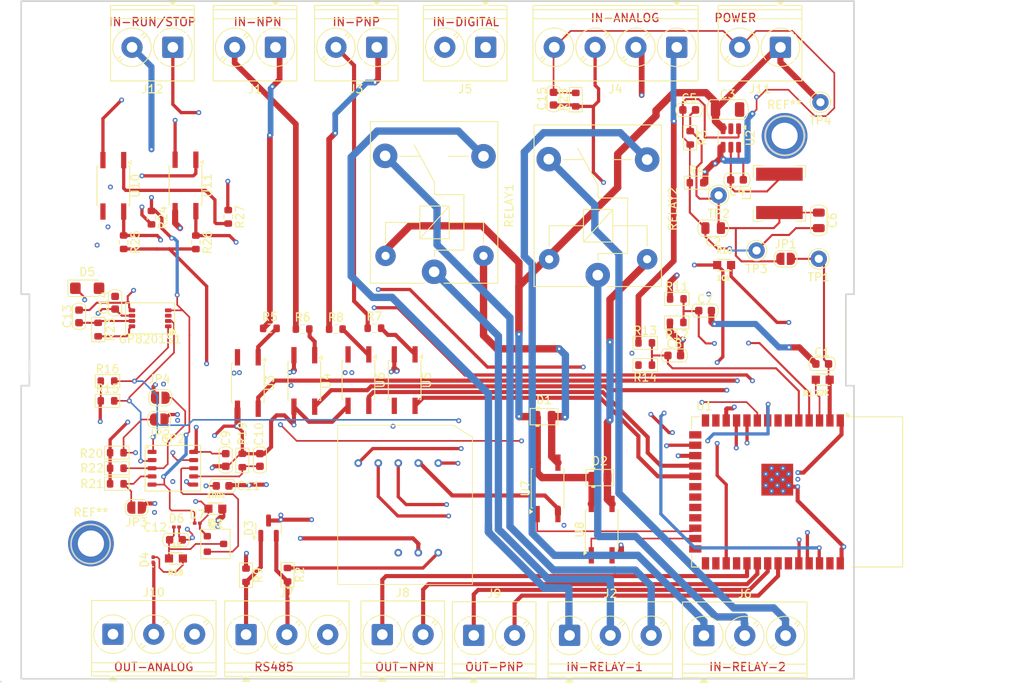
<source format=kicad_pcb>
(kicad_pcb (version 20241229) (generator "pcbnew") (generator_version "9.0")
  (layers (0 "F.Cu" signal) (4 "In1.Cu" signal) (6 "In2.Cu" signal) (2 "B.Cu" signal) (13 "F.Paste" user) (15 "B.Paste" user) (5 "F.SilkS" user "F.Silkscreen") (7 "B.SilkS" user "B.Silkscreen") (1 "F.Mask" user) (3 "B.Mask" user) (25 "Edge.Cuts" user))
  (net 0 "")
  (net 1 "GND")
  (net 2 "+3.3V")
  (net 3 "/BOARD/ANAG_0-32-IN")
  (net 4 "/BOARD/ANAG_0-10-IN")
  (net 5 "/BOARD/IN_mA-ANAG")
  (net 6 "/BOARD/RELAY1_COS")
  (net 7 "/BOARD/RELAY1_NC")
  (net 8 "/BOARD/RELAY1_NO")
  (net 9 "/BOARD/RELAY2_COS")
  (net 10 "/BOARD/RELA2_NO")
  (net 11 "/BOARD/RELAY2_NC")
  (net 12 "/BOARD/RS-485B")
  (net 13 "/BOARD/RS-485A")
  (net 14 "/BOARD/OUT_4-20mA-ANAG")
  (net 15 "/BOARD/IN_NPN2")
  (net 16 "/BOARD/IN_NPN1")
  (net 17 "/BOARD/IN-PNP2")
  (net 18 "/BOARD/IN-PNP1")
  (net 19 "/BOARD/IN_DIGITAL_1")
  (net 20 "VCC")
  (net 21 "Net-(U2-BST)")
  (net 22 "Net-(U2-SW)")
  (net 23 "Net-(R8-Pad2)")
  (net 24 "Net-(R7-Pad2)")
  (net 25 "Net-(U9-B)")
  (net 32 "Net-(R6-Pad2)")
  (net 33 "Net-(R5-Pad2)")
  (net 37 "Net-(U1-EN)")
  (net 39 "/BOARD/OUTPUT_NPN1")
  (net 41 "/BOARD/INPUT_NPN/OUTPUT_NPN1")
  (net 42 "/BOARD/INPUT_PNP/OUTPUT-PNP2")
  (net 44 "/BOARD/INPUT_NPN/OUTPUT_NPN2")
  (net 46 "/BOARD/OUTPUT-PNP1")
  (net 47 "/BOARD/OUTPUT_NPN2")
  (net 49 "Net-(U2-FB)")
  (net 50 "/BOARD/INPUT_PNP/OUTPUT-PNP1")
  (net 51 "Net-(JP1-A)")
  (net 52 "/BOARD/RS485-DRIVER/UART-IN")
  (net 53 "/BOARD/RS485-DRIVER/UART-OUT")
  (net 54 "/BOARD/OUTPUT-PNP2")
  (net 55 "Net-(D2-A)")
  (net 56 "Net-(D1-A)")
  (net 57 "/BOARD/RELAY-SETUP/ACT_RELAY2")
  (net 58 "/BOARD/RELAY-SETUP/ACT_RELAY1")
  (net 59 "Net-(U9-A)")
  (net 60 "/BOARD/RS485-DRIVER/~{TX}{slash}RX")
  (net 62 "/BOARD/~{RUN}{slash}STOP")
  (net 63 "/BOARD/VOLTAGE entrada/ANAG_0-10-OUT")
  (net 64 "/BOARD/VOLTAGE entrada/ANAG_0-32-OUT")
  (net 65 "Net-(GP2-V5V)")
  (net 66 "Net-(GP2-SET)")
  (net 67 "Net-(D4-A)")
  (net 68 "/BOARD/salida mA/SDA_OUT")
  (net 69 "Net-(GP2-A0)")
  (net 70 "i_out")
  (net 71 "Net-(GP2-A1)")
  (net 72 "Net-(GP2-A2)")
  (net 73 "/BOARD/salida mA/SCLK_OUT")
  (net 75 "/ANAG_V-OUT")
  (net 76 "Net-(D7-A2)")
  (net 77 "Net-(D6-A1)")
  (net 78 "Net-(GP8201S1-SEL)")
  (net 79 "/BOARD/ANAG_VOL-OUT")
  (net 80 "Net-(GP8201S1-V5V)")
  (net 82 "/BOARD/IN_DIGITAL_0")
  (net 83 "Net-(R24-Pad2)")
  (net 84 "/BOARD/DIG_IN/OUT_DIGITAL_0")
  (net 85 "/BOARD/DIG_IN/OUT_DIGITAL_1")
  (net 86 "Net-(R27-Pad2)")
  (footprint "PCM_Capacitor_SMD_AKL:C_0603_1608Metric" (layer "F.Cu") (at 167.155202 74.873061 90)
    (property "Reference" "C15")
    (property "Value" "100nF" (hide yes))
  )
  (footprint "PCM_Resistor_SMD_AKL:R_0603_1608Metric" (layer "F.Cu") (at 113.665 120.142)
    (property "Reference" "R22")
    (property "Value" "10k" (hide yes))
  )
  (footprint "PCM_4ms_Resistor:R_0603" (layer "F.Cu") (at 125.73 125.095)
    (property "Reference" "R17")
    (property "Value" "100k")
  )
  (footprint "Package_SO:SO-4_4.4x3.6mm_P2.54mm" (layer "F.Cu") (at 166.4208 122.6054 90)
    (property "Reference" "U7")
    (property "Value" "LTV-357TB")
  )
  (footprint "Diode_SMD:D_SMF" (layer "F.Cu") (at 110.0311 98.0928)
    (property "Reference" "D5")
    (property "Value" "SMF24A")
  )
  (footprint "PCM_Resistor_SMD_AKL:R_0603_1608Metric" (layer "F.Cu") (at 169.8752 74.993 90)
    (property "Reference" "R28")
    (property "Value" "120" (hide yes))
  )
  (footprint "PCM_Resistor_SMD_AKL:R_0603_1608Metric" (layer "F.Cu") (at 129.032 119.189 90)
    (property "Reference" "R19")
    (property "Value" "2.5k" (hide yes))
  )
  (footprint "Connector_Pin:Pin_D1.0mm_L10.0mm" (layer "F.Cu") (at 192.024 93.472)
    (property "Reference" "TP3")
    (property "Value" "TestPoint")
  )
  (footprint "Inductor_SMD:L_Bourns-SRN6028" (layer "F.Cu") (at 194.818 86.4738 -90)
    (property "Reference" "L1")
    (property "Value" "6.8uH")
  )
  (footprint "PCM_Capacitor_SMD_AKL:C_0603_1608Metric" (layer "F.Cu") (at 200.0634 107.3658)
    (property "Reference" "C1")
    (property "Value" "1uF" (hide yes))
  )
  (footprint "Resistor_SMD:R_0603_1608Metric" (layer "F.Cu") (at 117.9068 89.4466 -90)
    (property "Reference" "R24")
    (property "Value" "910")
  )
  (footprint "PCM_Resistor_SMD_AKL:R_0603_1608Metric" (layer "F.Cu") (at 112.522 109.474)
    (property "Reference" "R16")
    (property "Value" "4.7k" (hide yes))
  )
  (footprint "TerminalBlock_Phoenix:TerminalBlock_Phoenix_PT-1,5-2-5.0-H_1x02_P5.00mm_Horizontal" (layer "F.Cu") (at 145.502 68.5775 180)
    (property "Reference" "J3")
    (property "Value" "IN-PNP")
  )
  (footprint "PCM_Capacitor_SMD_AKL:C_0603_1608Metric" (layer "F.Cu") (at 131.191 119.126 90)
    (property "Reference" "C10")
    (property "Value" "220pF" (hide yes))
  )
  (footprint "MountingHole:MountingHole_3.2mm_M3_DIN965_Pad" (layer "F.Cu") (at 195.453 79.4258)
    (property "Reference" "REF**")
    (property "Value" "MountingHole_3.2mm_M3_DIN965_Pad")
  )
  (footprint "Jumper:SolderJumper-2_P1.3mm_Open_RoundedPad1.0x1.5mm" (layer "F.Cu") (at 116.078 124.968 180)
    (property "Reference" "JP3")
    (property "Value" "SolderJumper_2_Open")
  )
  (footprint "PCM_4ms_Resistor:R_0603" (layer "F.Cu") (at 120.904 131.191)
    (property "Reference" "R18")
    (property "Value" "15")
  )
  (footprint "TerminalBlock_Phoenix:TerminalBlock_Phoenix_PT-1,5-3-5.0-H_1x03_P5.00mm_Horizontal" (layer "F.Cu") (at 185.5724 140.6398)
    (property "Reference" "J6")
    (property "Value" "IN-RELAY-2")
  )
  (footprint "PCM_Resistor_SMD_AKL:R_0603_1608Metric" (layer "F.Cu") (at 182.235 102.28 180)
    (property "Reference" "R12")
    (property "Value" "16k" (hide yes))
  )
  (footprint "PCM_Resistor_SMD_AKL:R_0603_1608Metric" (layer "F.Cu") (at 111.3736 103.1528 -90)
    (property "Reference" "R23")
    (property "Value" "10k" (hide yes))
  )
  (footprint "TerminalBlock_Phoenix:TerminalBlock_Phoenix_PT-1,5-2-5.0-H_1x02_P5.00mm_Horizontal" (layer "F.Cu") (at 146.1808 140.5128)
    (property "Reference" "J8")
    (property "Value" "OUT-NPN")
  )
  (footprint "Diode_SMD:D_0201_0603Metric" (layer "F.Cu") (at 118.11 131.354 90)
    (property "Reference" "D4")
    (property "Value" "1N4007")
  )
  (footprint "RF_Module:ESP32-S3-WROOM-1" (layer "F.Cu") (at 197.0152 123.0376 -90)
    (property "Reference" "U1")
    (property "Value" "ESP32-S3-WROOM-1")
  )
  (footprint "Package_SO:SO-4_4.4x3.6mm_P2.54mm" (layer "F.Cu") (at 173.0502 127.66 90)
    (property "Reference" "U8")
    (property "Value" "LTV-357TB")
  )
  (footprint "Resistor_SMD:R_0603_1608Metric" (layer "F.Cu") (at 127.3048 89.345 -90)
    (property "Reference" "R27")
    (property "Value" "910")
  )
  (footprint "Resistor_SMD:R_0603_1608Metric" (layer "F.Cu") (at 123.3424 92.4682 -90)
    (property "Reference" "R26")
    (property "Value" "412")
  )
  (footprint "Connector_Pin:Pin_D1.0mm_L10.0mm" (layer "F.Cu") (at 199.8472 75.311)
    (property "Reference" "TP4")
    (property "Value" "TestPoint")
  )
  (footprint "PCM_Resistor_SMD_AKL:R_0603_1608Metric" (layer "F.Cu") (at 112.522 111.887)
    (property "Reference" "R15")
    (property "Value" "4.7k" (hide yes))
  )
  (footprint "PCM_Capacitor_SMD_AKL:C_0603_1608Metric" (layer "F.Cu") (at 109.0336 101.5378 90)
    (property "Reference" "C13")
    (property "Value" "1uF" (hide yes))
  )
  (footprint "PCM_Capacitor_SMD_AKL:C_0805_2012Metric" (layer "F.Cu") (at 186.7052 90.7288 180)
    (property "Reference" "C2")
    (property "Value" "22uF" (hide yes))
  )
  (footprint "Connector_Pin:Pin_D1.0mm_L10.0mm" (layer "F.Cu") (at 199.644 94.488)
    (property "Reference" "TP1")
    (property "Value" "TestPoint")
  )
  (footprint "Package_SO:SO-4_4.4x3.6mm_P2.54mm" (layer "F.Cu") (at 122.0724 85.4968 -90)
    (property "Reference" "U11")
    (property "Value" "LTV-357TB")
  )
  (footprint "PCM_Diode_SMD_AKL:D_0805_2012Metric" (layer "F.Cu") (at 165.989 113.8174)
    (property "Reference" "D1")
    (property "Value" "CD4148WS" (hide yes))
  )
  (footprint "PCM_Resistor_SMD_AKL:R_0603_1608Metric" (layer "F.Cu") (at 129.4892 133.2484 -90)
    (property "Reference" "R9")
    (property "Value" "120" (hide yes))
  )
  (footprint "Jumper:SolderJumper-2_P1.3mm_Open_RoundedPad1.0x1.5mm" (layer "F.Cu") (at 118.857 114.173 180)
    (property "Reference" "JP2")
    (property "Value" "SolderJumper_2_Open")
  )
  (footprint "PCM_Resistor_SMD_AKL:R_0603_1608Metric" (layer "F.Cu") (at 184.6712 85.1662)
    (property "Reference" "R4")
    (property "Value" "22k" (hide yes))
  )
  (footprint "PCM_Package_SO_AKL:OnSemi_Micro8" (layer "F.Cu") (at 117.7386 101.7778 180)
    (property "Reference" "GP8201S1")
    (property "Value" "~" (hide yes))
  )
  (footprint "PCM_Capacitor_SMD_AKL:C_0805_2012Metric" (layer "F.Cu") (at 199.644 89.7788 -90)
    (property "Reference" "C6")
    (property "Value" "22uF" (hide yes))
  )
  (footprint "PCM_Diode_SMD_AKL:D_0805_2012Metric" (layer "F.Cu") (at 172.8216 121.285)
    (property "Reference" "D2")
    (property "Value" "CD4148WS" (hide yes))
  )
  (footprint "TerminalBlock_Phoenix:TerminalBlock_Phoenix_PT-1,5-3-5.0-H_1x03_P5.00mm_Horizontal" (layer "F.Cu") (at 129.493 140.5128)
    (property "Reference" "J7")
    (property "Value" "RS485")
  )
  (footprint "PCM_Capacitor_SMD_AKL:C_0603_1608Metric" (layer "F.Cu") (at 120.904 128.905)
    (property "Reference" "C12")
    (property "Value" "0.1uF" (hide yes))
  )
  (footprint "Resistor_SMD:R_0603_1608Metric" (layer "F.Cu") (at 132.41 103.01)
    (property "Reference" "R5")
    (property "Value" "910")
  )
  (footprint "PCM_4ms_Resistor:R_0603" (layer "F.Cu") (at 200.1266 109.2962 180)
    (property "Reference" "R1")
    (property "Value" "22K")
  )
  (footprint "Jumper:SolderJumper-2_P1.3mm_Open_RoundedPad1.0x1.5mm" (layer "F.Cu") (at 195.58 94.488)
    (property "Reference" "JP1")
    (property "Value" "SolderJumper_2_Open")
  )
  (footprint "TerminalBlock_Phoenix:TerminalBlock_Phoenix_PT-1,5-3-5.0-H_1x03_P5.00mm_Horizontal" (layer "F.Cu") (at 113.19 140.4645)
    (property "Reference" "J10")
    (property "Value" "OUT-ANALOG")
  )
  (footprint "Resistor_SMD:R_0603_1608Metric" (layer "F.Cu") (at 145.2118 102.9848)
    (property "Reference" "R7")
    (property "Value" "910")
  )
  (footprint "PCM_4ms_Resistor:R_0603" (layer "F.Cu") (at 188.048 95.25 180)
    (property "Reference" "R10")
    (property "Value" "10k")
  )
  (footprint "TerminalBlock_Phoenix:TerminalBlock_Phoenix_PT-1,5-2-5.0-H_1x02_P5.00mm_Horizontal" (layer "F.Cu") (at 133.096 68.58 180)
    (property "Reference" "J1")
    (property "Value" "IN-NPN")
  )
  (footprint "PCM_Resistor_SMD_AKL:R_0603_1608Metric" (layer "F.Cu") (at 113.665 118.237)
    (property "Reference" "R20")
    (property "Value" "10k" (hide yes))
  )
  (footprint "Relay_THT:Relay_SPDT_SANYOU_SRD_Series_Form_C" (layer "F.Cu") (at 152.527 96.0792 90)
    (property "Reference" "RELAY1")
    (property "Value" "SANYOU_SRD_Form_C")
  )
  (footprint "PCM_Capacitor_SMD_AKL:C_0603_1608Metric" (layer "F.Cu") (at 183.769 76.2508)
    (property "Reference" "C5")
    (property "Value" "100PF" (hide yes))
  )
  (footprint "Package_SO:SO-4_4.4x3.6mm_P2.54mm" (layer "F.Cu") (at 113.2332 85.5476 -90)
    (property "Reference" "U10")
    (property "Value" "LTV-357TB")
  )
  (footprint "PCM_Resistor_SMD_AKL:R_0603_1608Metric" (layer "F.Cu") (at 182.255 99.4)
    (property "Reference" "R11")
    (property "Value" "51k" (hide yes))
  )
  (footprint "TerminalBlock_Phoenix:TerminalBlock_Phoenix_PT-1,5-4-5.0-H_1x04_P5.00mm_Horizontal" (layer "F.Cu") (at 182.245 68.58 180)
    (property "Reference" "J4")
    (property "Value" "IN-ANALOG")
  )
  (footprint "PCM_Capacitor_SMD_AKL:C_1206_3216Metric" (layer "F.Cu") (at 188.468 76.2)
    (property "Reference" "C3")
    (property "Value" "10uF" (hide yes))
  )
  (footprint "PCM_Resistor_SMD_AKL:R_0603_1608Metric" (layer "F.Cu") (at 178.38 104.785)
    (property "Reference" "R13")
    (property "Value" "51k" (hide yes))
  )
  (footprint "Resistor_SMD:R_0603_1608Metric" (layer "F.Cu") (at 114.5032 92.456 -90)
    (property "Reference" "R25")
    (property "Value" "412")
  )
  (footprint "Resistor_SMD:R_0603_1608Metric" (layer "F.Cu") (at 136.415 103.09)
    (property "Reference" "R6")
    (property "Value" "910")
  )
  (footprint "Resistor_SMD:R_0603_1608Metric" (layer "F.Cu") (at 140.492 103.0986)
    (property "Reference" "R8")
    (property "Value" "910")
  )
  (footprint "TerminalBlock_Phoenix:TerminalBlock_Phoenix_PT-1,5-2-5.0-H_1x02_P5.00mm_Horizontal" (layer "F.Cu") (at 194.945 68.58 180)
    (property "Reference" "J11")
    (property "Value" "POWER")
  )
  (footprint "PCM_Resistor_SMD_AKL:R_0603_1608Metric" (layer "F.Cu") (at 134.5692 133.1854 -90)
    (property "Reference" "R2")
    (property "Value" "120" (hide yes))
  )
  (footprint "PCM_Package_TO_SOT_SMD_AKL:SOT-23" (layer "F.Cu") (at 125.746 129.413)
    (property "Reference" "Q1")
    (property "Value" "AO3401A" (hide yes))
  )
  (footprint "Jumper:SolderJumper-2_P1.3mm_Open_RoundedPad1.0x1.5mm" (layer "F.Cu") (at 118.984 111.506)
    (property "Reference" "JP4")
    (property "Value" "SolderJumper_2_Open")
  )
  (footprint "Package_TO_SOT_SMD:SOT-23" (layer "F.Cu") (at 132.2476 127.4849 90)
    (property "Reference" "D3")
    (property "Value" "SM712_SOT23")
  )
  (footprint "TerminalBlock_Phoenix:TerminalBlock_Phoenix_PT-1,5-2-5.0-H_1x02_P5.00mm_Horizontal" (layer "F.Cu") (at 158.837 68.5775 180)
    (property "Reference" "J5")
    (property "Value" "IN-DIGITAL")
  )
  (footprint "Relay_THT:Relay_SPDT_SANYOU_SRD_Series_Form_C" (layer "F.Cu") (at 172.5676 96.4856 90)
    (property "Reference" "RELAY2")
    (property "Value" "SANYOU_SRD_Form_C")
  )
  (footprint "PCM_Resistor_SMD_AKL:R_0603_1608Metric" (layer "F.Cu") (at 113.665 122.047)
    (property "Reference" "R21")
    (property "Value" "10k" (hide yes))
  )
  (footprint "Package_TO_SOT_SMD:TSOT-23-6" (layer "F.Cu") (at 188.8689 79.69 -90)
    (property "Reference" "U2")
    (property "Value" "AP63200WU")
  )
  (footprint "PCM_Capacitor_SMD_AKL:C_0603_1608Metric" (layer "F.Cu") (at 127 119.126 -90)
    (property "Reference" "C9")
    (property "Value" "1uF" (hide yes))
  )
  (footprint "TerminalBlock_Phoenix:TerminalBlock_Phoenix_PT-1,5-2-5.0-H_1x02_P5.00mm_Horizontal" (layer "F.Cu") (at 157.3822 140.6144)
    (property "Reference" "J9")
    (property "Value" "OUT-PNP")
  )
  (footprint "PCM_Capacitor_SMD_AKL:C_0603_1608Metric" (layer "F.Cu") (at 185.715 100.84)
    (property "Reference" "C7")
    (property "Value" "100nF" (hide yes))
  )
  (footprint "TerminalBlock_Phoenix:TerminalBlock_Phoenix_PT-1,5-2-5.0-H_1x02_P5.00mm_Horizontal" (layer "F.Cu") (at 120.523 68.58 180)
    (property "Reference" "J12")
    (property "Value" "IN-RUN/STOP")
  )
  (footprint "Package_SO:SO-4_4.4x3.6mm_P2.54mm" (layer "F.Cu") (at 143.256 109.3474 -90)
    (property "Reference" "U6")
    (property "Value" "LTV-357TB")
  )
  (footprint "Diode_SMD:D_0201_0603Metric" (layer "F.Cu") (at 120.9675 127.34)
    (property "Reference" "D6")
    (property "Value" "SMF24A")
  )
  (footprint "PCM_Resistor_SMD_AKL:R_0603_1608Metric" (layer "F.Cu") (at 178.38 107.505 180)
    (property "Reference" "R14")
    (property "Value" "16k" (hide yes))
  )
  (footprint "PCM_Capacitor_SMD_AKL:C_0603_1608Metric" (layer "F.Cu") (at 189.624 84.8106 180)
    (property "Reference" "C4")
    (property "Value" "100nF" (hide yes))
  )
  (footprint "Diode_SMD:D_0201_0603Metric" (layer "F.Cu") (at 123.52 126.87)
    (property "Reference" "D7")
    (property "Value" "SMF24A")
  )
  (footprint "TerminalBlock_Phoenix:TerminalBlock_Phoenix_PT-1,5-3-5.0-H_1x03_P5.00mm_Horizontal" (layer "F.Cu") (at 169.117 140.6144)
    (property "Reference" "J2")
    (property "Value" "IN-RELAY-1")
  )
  (footprint "PCM_Capacitor_SMD_AKL:C_0603_1608Metric" (layer "F.Cu") (at 113.4536 99.8678 90)
    (property "Reference" "C14")
    (property "Value" "100nF" (hide yes))
  )
  (footprint "PCM_Resistor_SMD_AKL:R_0603_1608Metric" (layer "F.Cu") (at 183.896 79.6676 -90)
    (property "Reference" "R3")
    (property "Value" "22k" (hide yes))
  )
  (footprint "Package_SO:SO-4_4.4x3.6mm_P2.54mm" (layer "F.Cu") (at 136.6266 109.4486 -90)
    (property "Reference" "U4")
    (property "Value" "LTV-357TB")
  )
  (footprint "PCM_Capacitor_SMD_AKL:C_0603_1608Metric" (layer "F.Cu") (at 181.94 106.33)
    (property "Reference" "C8")
    (property "Value" "100nF" (hide yes))
  )
  (footprint "PCM_Package_SO_AKL:SSOP-10_3.9x4.9mm_P1.00mm" (layer "F.Cu") (at 120.523 120.142)
    (property "Reference" "GP2")
    (property "Value" "~" (hide yes))
  )
  (footprint "MountingHole:MountingHole_3.2mm_M3_DIN965_Pad" (layer "F.Cu") (at 110.49 129.3622)
    (property "Reference" "REF**")
    (property "Value" "MountingHole_3.2mm_M3_DIN965_Pad" (hide yes))
  )
  (footprint "Connector_Pin:Pin_D1.0mm_L10.0mm" (layer "F.Cu") (at 187.3758 86.7156)
    (property "Reference" "TP2")
    (property "Value" "TestPoint")
  )
  (footprint "RSM3485ECHT:RSM3485ECHT" (layer "F.Cu") (at 140.715 124.627 -90)
    (property "Reference" "U9" (hide yes))
    (property "Value" "~")
  )
  (footprint "Package_SO:SO-4_4.4x3.6mm_P2.54mm" (layer "F.Cu") (at 148.9202 109.347 -90)
    (property "Reference" "U5")
    (property "Value" "LTV-357TB")
  )
  (footprint "Package_SO:SO-4_4.4x3.6mm_P2.54mm" (layer "F.Cu") (at 129.7115 109.7026 -90)
    (property "Reference" "U3")
    (property "Value" "LTV-357TB")
  )
  (footprint "PCM_Capacitor_SMD_AKL:C_0603_1608Metric" (layer "F.Cu") (at 126.619 122.301)
    (property "Reference" "C11")
    (property "Value" "1uF" (hide yes))
  )
  (gr_line (start 102.953 108.4758) (end 102.953 101.9258) (stroke (width 0.2)) (layer "Edge.Cuts"))
  (gr_line (start 99.453006 146.275783) (end 99.453 146.275783) (stroke (width 0.2)) (layer "Edge.Cuts"))
  (gr_circle (center 195.453 79.4258) (end 195.453 80.8258) (stroke (width 0.2)) (fill no) (layer "Edge.Cuts"))
  (gr_line (start 102.953 110.0258) (end 102.953 106.9258) (stroke (width 0.2)) (layer "Edge.Cuts"))
  (gr_line (start 202.953 110.0258) (end 202.953 106.9258) (stroke (width 0.2)) (layer "Edge.Cuts"))
  (gr_line (start 202.953 101.9258) (end 202.953 98.8258) (stroke (width 0.2)) (layer "Edge.Cuts"))
  (gr_line (start 202.953 106.9258) (end 202.953 101.9258) (stroke (width 0.2)) (layer "Edge.Cuts"))
  (gr_line (start 203.953 145.9258) (end 203.953 110.0258) (stroke (width 0.2)) (layer "Edge.Cuts"))
  (gr_line (start 101.953 62.9258) (end 101.953 98.8258) (stroke (width 0.2)) (layer "Edge.Cuts"))
  (gr_circle (center 110.452999 129.4258) (end 110.452999 130.8258) (stroke (width 0.2)) (fill no) (layer "Edge.Cuts"))
  (gr_line (start 102.953 98.8258) (end 101.953 98.8258) (stroke (width 0.2)) (layer "Edge.Cuts"))
  (gr_line (start 202.953 98.8258) (end 203.953 98.8258) (stroke (width 0.2)) (layer "Edge.Cuts"))
  (gr_line (start 101.953 110.0258) (end 101.953 145.9258) (stroke (width 0.2)) (layer "Edge.Cuts"))
  (gr_line (start 203.953 110.0258) (end 202.953 110.0258) (stroke (width 0.2)) (layer "Edge.Cuts"))
  (gr_line (start 203.953 62.9258) (end 101.953 62.9258) (stroke (width 0.2)) (layer "Edge.Cuts"))
  (gr_line (start 102.953 101.9258) (end 102.953 98.8258) (stroke (width 0.2)) (layer "Edge.Cuts"))
  (gr_circle (center 195.5 79.4) (end 195.5 81.8) (stroke (width 0.2)) (fill no) (layer "Edge.Cuts"))
  (gr_circle (center 195.453 79.4258) (end 195.453 81.8258) (stroke (width 0.2)) (fill no) (layer "Edge.Cuts"))
  (gr_line (start 203.953 98.8258) (end 203.953 62.9258) (stroke (width 0.2)) (layer "Edge.Cuts"))
  (gr_line (start 101.953 145.9258) (end 203.953 145.9258) (stroke (width 0.2)) (layer "Edge.Cuts"))
  (gr_circle (center 110.452999 129.4258) (end 110.452999 131.8258) (stroke (width 0.2)) (fill no) (layer "Edge.Cuts"))
  (gr_circle (center 195.5 79.4) (end 195.5 80.8) (stroke (width 0.2)) (fill no) (layer "Edge.Cuts"))
  (gr_line (start 101.953 110.0258) (end 102.953 110.0258) (stroke (width 0.2)) (layer "Edge.Cuts"))
  (segment (start 147.8822 108.182) (end 147.955 108.182) (width 0.75) (layer "F.Cu") (net 1))
  (segment (start 147.6502 106.197) (end 147.6502 107.95) (width 0.5) (layer "F.Cu") (net 1))
  (segment (start 115 99.0712) (end 115.7224 98.3488) (width 0.25) (layer "F.Cu") (net 1))
  (segment (start 132.2476 126.5474) (end 133.6502 126.5474) (width 0.5) (layer "F.Cu") (net 1))
  (segment (start 199.142622 77.012) (end 195.910075 73.779453) (width 0.2) (layer "F.Cu") (net 1))
  (segment (start 115.1636 99.8728) (end 115.1636 100.4528) (width 0.25) (layer "F.Cu") (net 1))
  (segment (start 195.9864 105.3338) (end 197.2564 105.3338) (width 0.75) (layer "F.Cu") (net 1))
  (segment (start 192.024 74.676) (end 192.024 76.2) (width 0.2) (layer "F.Cu") (net 1))
  (segment (start 118.39 109.91) (end 118.153 110.147) (width 0.5) (layer "F.Cu") (net 1))
  (segment (start 187.7679 82.1551) (end 187.7679 82.296) (width 0.75) (layer "F.Cu") (net 1))
  (segment (start 185.8214 85.4914) (end 185.4962 85.1662) (width 0.2) (layer "F.Cu") (net 1))
  (segment (start 122.562 122.142) (end 123.073 122.142) (width 0.4) (layer "F.Cu") (net 1))
  (segment (start 122.92 128.23) (end 122.3 127.61) (width 0.2) (layer "F.Cu") (net 1))
  (segment (start 201.5482 76.015578) (end 200.551778 77.012) (width 0.2) (layer "F.Cu") (net 1))
  (segment (start 126.58 125.095) (end 126.58 126.02) (width 0.75) (layer "F.Cu") (net 1))
  (segment (start 122.2 121.78) (end 122.562 122.142) (width 0.4) (layer "F.Cu") (net 1))
  (segment (start 186.49 100.84) (end 186.49 102.246) (width 0.75) (layer "F.Cu") (net 1))
  (segment (start 197.0532 122.4026) (end 197.0532 124.1132) (width 0.5) (layer "F.Cu") (net 1))
  (segment (start 167.6908 125.0754) (end 167.6908 125.7554) (width 0.75) (layer "F.Cu") (net 1))
  (segment (start 133.7564 126.4412) (end 137.5156 126.4412) (width 0.5) (layer "F.Cu") (net 1))
  (segment (start 197.0532 124.1132) (end 202.7 129.76) (width 0.5) (layer "F.Cu") (net 1))
  (segment (start 121.679 128.905) (end 122.655 128.905) (width 0.2) (layer "F.Cu") (net 1))
  (segment (start 109.0336 100.7628) (end 110.3136 100.7628) (width 0.25) (layer "F.Cu") (net 1))
  (segment (start 202.4312 116.0136) (end 202.4312 114.2876) (width 0.5) (layer "F.Cu") (net 1))
  (segment (start 115 99.7092) (end 115 99.0712) (width 0.25) (layer "F.Cu") (net 1))
  (segment (start 116.909 124.787) (end 116.909 124.968) (width 0.75) (layer "F.Cu") (net 1))
  (segment (start 127.485 122.21) (end 127.394 122.301) (width 0.5) (layer "F.Cu") (net 1))
  (segment (start 132.559 117.535082) (end 131.743082 118.351) (width 0.5) (layer "F.Cu") (net 1))
  (segment (start 182.715 106.33) (end 182.715 104.655) (width 0.75) (layer "F.Cu") (net 1))
  (segment (start 118.153 110.147) (end 118.153 111.506) (width 0.5) (layer "F.Cu") (net 1))
  (segment (start 154.745337 123.4768) (end 166.0922 123.4768) (width 0.5) (layer "F.Cu") (net 1))
  (segment (start 129.032 118.364) (end 129.032 115.6462) (width 0.4) (layer "F.Cu") (net 1))
  (segment (start 128.4415 112.8526) (end 128.4415 114.9159) (width 0.75) (layer "F.Cu") (net 1))
  (segment (start 196.1202 122.4026) (end 195.9552 122.2376) (width 0.5) (layer "F.Cu") (net 1))
  (segment (start 115.1636 99.8728) (end 115 99.7092) (width 0.25) (layer "F.Cu") (net 1))
  (segment (start 129.032 118.364) (end 128.78583 118.364) (width 0.4) (layer "F.Cu") (net 1))
  (segment (start 120.8024 88.6468) (end 120.8024 90.1192) (width 0.75) (layer "F.Cu") (net 1))
  (segment (start 197.7694 120.6754) (end 202.4312 116.0136) (width 0.5) (layer "F.Cu") (net 1))
  (segment (start 150.775537 119.507) (end 154.745337 123.4768) (width 0.5) (layer "F.Cu") (net 1))
  (segment (start 169.8752 74.168) (end 167.225141 74.168) (width 0.2) (layer "F.Cu") (net 1))
  (segment (start 167.155202 68.669798) (end 167.245 68.58) (width 0.2) (layer "F.Cu") (net 1))
  (segment (start 121.285 128.511) (end 121.679 128.905) (width 0.2) (layer "F.Cu") (net 1))
  (segment (start 186.944 82.804) (end 186.723049 82.804) (width 0.75) (layer "F.Cu") (net 1))
  (segment (start 134.18676 113.659) (end 133.23324 113.659) (width 0.5) (layer "F.Cu") (net 1))
  (segment (start 135.3566 114.82884) (end 134.18676 113.659) (width 0.5) (layer "F.Cu") (net 1))
  (segment (start 133.6502 126.5474) (end 133.7564 126.4412) (width 0.5) (layer "F.Cu") (net 1))
  (segment (start 128.78583 118.364) (end 127.24883 119.901) (width 0.2) (layer "F.Cu") (net 1))
  (segment (start 200.551778 77.012) (end 199.142622 77.012) (width 0.2) (layer "F.Cu") (net 1))
  (segment (start 131.98 122.15) (end 129.94 122.15) (width 0.5) (layer "F.Cu") (net 1))
  (segment (start 133.7564 126.4412) (end 133.7564 125.8824) (width 0.5) (layer "F.Cu") (net 1))
  (segment (start 128.3716 114.9858) (end 126.7842 114.9858) (width 0.4) (layer "F.Cu") (net 1))
  (segment (start 169.246 66.579) (end 187.944 66.579) (width 0.2) (layer "F.Cu") (net 1))
  (segment (start 128.4415 114.9159) (end 128.3716 114.9858) (width 0.75) (layer "F.Cu") (net 1))
  (segment (start 166.0922 123.4768) (end 167.6908 125.0754) (width 0.5) (layer "F.Cu") (net 1))
  (segment (start 174.3202 130.81) (end 175.3902 130.81) (width 0.75) (layer "F.Cu") (net 1))
  (segment (start 111.2036 99.8728) (end 115.1636 99.8728) (width 0.25) (layer "F.Cu") (net 1))
  (segment (start 133.23324 113.659) (end 132.559 114.33324) (width 0.5) (layer "F.Cu") (net 1))
  (segment (start 137.2076 114.4496) (end 140.0338 114.4496) (width 0.5) (layer "F.Cu") (net 1))
  (segment (start 129.032 115.6462) (end 128.3716 114.9858) (width 0.4) (layer "F.Cu") (net 1))
  (segment (start 191.946 66.579) (end 196.395844 66.579) (width 0.2) (layer "F.Cu") (net 1))
  (segment (start 126.7842 114.9858) (end 125.63 116.14) (width 0.4) (layer "F.Cu") (net 1))
  (segment (start 110.3136 100.7628) (end 111.2036 99.8728) (width 0.25) (layer "F.Cu") (net 1))
  (segment (start 167.245 68.58) (end 169.246 66.579) (width 0.2) (layer "F.Cu") (net 1))
  (segment (start 140.0338 114.4496) (end 141.986 112.4974) (width 0.5) (layer "F.Cu") (net 1))
  (segment (start 189.945 68.58) (end 191.946 66.579) (width 0.2) (layer "F.Cu") (net 1))
  (segment (start 119.513 114.167) (end 119.513 114.173) (width 0.4) (layer "F.Cu") (net 1))
  (segment (start 150.585 119.507) (end 150.775537 119.507) (width 0.75) (layer "F.Cu") (net 1))
  (segment (start 120.12 113.56) (end 119.513 114.167) (width 0.4) (layer "F.Cu") (net 1))
  (segment (start 182.715 104.655) (end 183.01 104.36) (width 0.75) (layer "F.Cu") (net 1))
  (segment (start 187.944 66.579) (end 189.945 68.58) (width 0.2) (layer "F.Cu") (net 1))
  (segment (start 132.559 114.33324) (end 132.559 117.535082) (width 0.5) (layer "F.Cu") (net 1))
  (segment (start 122.92 128.64) (end 122.92 128.23) (width 0.2) (layer "F.Cu") (net 1))
  (segment (start 202.7 129.76) (end 202.4312 130.0288) (width 0.5) (layer "F.Cu") (net 1))
  (segment (start 127 119.901) (end 125.515 119.901) (width 0.5) (layer "F.Cu") (net 1))
  (segment (start 118.32 124.46) (end 117.236 124.46) (width 0.5) (layer "F.Cu") (net 1))
  (segment (start 121.09 113.56) (end 120.12 113.56) (width 0.4) (layer "F.Cu") (net 1))
  (segment (start 122.655 128.905) (end 122.92 128.64) (width 0.2) (layer "F.Cu") (net 1))
  (segment (start 185.759 83.768049) (end 185.759 85.1662) (width 0.75) (layer "F.Cu") (net 1))
  (segment (start 117.236 124.46) (end 116.909 124.787) (width 0.5) (layer "F.Cu") (net 1))
  (segment (start 192.300844 74.676) (end 192.024 74.676) (width 0.2) (layer "F.Cu") (net 1))
  (segment (start 131.178 118.364) (end 131.191 118.351) (width 0.75) (layer "F.Cu") (net 1))
  (segment (start 197.2564 105.3338) (end 199.2884 107.3658) (width 0.75) (layer "F.Cu") (net 1))
  (segment (start 187.5929 82.1551) (end 187.5929 80.8275) (width 0.75) (layer "F.Cu") (net 1))
  (segment (start 131.743082 118.351) (end 131.191 118.351) (width 0.5) (layer "F.Cu") (net 1))
  (segment (start 181.41 103.35) (end 182.715 104.655) (width 0.75) (layer "F.Cu") (net 1))
  (segment (start 121.285 127.254) (end 121.285 128.511) (width 0.2) (layer "F.Cu") (net 1))
  (segment (start 129.88 122.21) (end 127.485 122.21) (width 0.5) (layer "F.Cu") (net 1))
  (segment (start 196.395844 66.579) (end 201.5482 71.731356) (width 0.2) (layer "F.Cu") (net 1))
  (segment (start 181.41 102.28) (end 181.41 103.35) (width 0.75) (layer "F.Cu") (net 1))
  (segment (start 187.5929 82.1551) (end 187.7679 82.1551) (width 0.75) (layer "F.Cu") (net 1))
  (segment (start 135.3566 114.8334) (end 135.3566 114.82884) (width 0.5) (layer "F.Cu") (net 1))
  (segment (start 135.3566 112.5986) (end 137.2076 114.4496) (width 0.5) (layer "F.Cu") (net 1))
  (segment (start 175.4124 130.7878) (end 175.4124 129.8286) (width 0.75) (layer "F.Cu") (net 1))
  (segment (start 186.49 102.246) (end 186.714 102.47) (width 0.75) (layer "F.Cu") (net 1))
  (segment (start 135.3566 108.1566) (end 135.3312 108.182) (width 0.75) (layer "F.Cu") (net 1))
  (segment (start 120.8024 90.1192) (end 121.412 90.7288) (width 0.75) (layer "F.Cu") (net 1))
  (segment (start 192.024 76.2) (end 191.516 76.708) (width 0.2) (layer "F.Cu") (net 1))
  (segment (start 129.032 118.364) (end 131.178 118.364) (width 0.4) (layer "F.Cu") (net 1))
  (segment (start 202.4312 130.0288) (end 202.4312 131.7876) (width 0.5) (layer "F.Cu") (net 1))
  (segment (start 197.0532 122.4026) (end 196.1202 122.4026) (width 0.5) (layer "F.Cu") (net 1))
  (segment (start 167.155202 74.098061) (end 167.155202 68.669798) (width 0.2) (layer "F.Cu") (net 1))
  (segment (start 195.910075 73.779453) (end 193.197391 73.779453) (width 0.2) (layer "F.Cu") (net 1))
  (segment (start 115.1636 100.4528) (end 115.5136 100.8028) (width 0.25) (layer "F.Cu") (net 1))
  (segment (start 201.5482 71.731356) (end 201.5482 76.015578) (width 0.2) (layer "F.Cu") (net 1))
  (segment (start 193.197391 73.779453) (end 192.300844 74.676) (width 0.2) (layer "F.Cu") (net 1))
  (segment (start 186.723049 82.804) (end 185.759 83.768049) (width 0.75) (layer "F.Cu") (net 1))
  (segment (start 167.225141 74.168) (end 167.155202 74.098061) (width 0.2) (layer "F.Cu") (net 1))
  (segment (start 135.3566 106.2986) (end 135.3566 108.1566) (width 0.5) (layer "F.Cu") (net 1))
  (segment (start 197.0786 120.6754) (end 197.7694 120.6754) (width 0.5) (layer "F.Cu") (net 1))
  (segment (start 147.6502 107.95) (end 147.8822 108.182) (width 0.75) (layer "F.Cu") (net 1))
  (segment (start 125.515 119.901) (end 125.35 120.066) (width 0.5) (layer "F.Cu") (net 1))
  (segment (start 127.24883 119.901) (end 127 119.901) (width 0.2) (layer "F.Cu") (net 1))
  (segment (start 126.58 126.02) (end 126.07 126.53) (width 0.75) (layer "F.Cu") (net 1))
  (segment (start 129.94 122.15) (end 129.88 122.21) (width 0.5) (layer "F.Cu") (net 1))
  (segment (start 186.944 82.804) (end 187.5929 82.1551) (width 0.75) (layer "F.Cu") (net 1))
  (segment (start 175.3902 130.81) (end 175.4124 130.7878) (width 0.75) (layer "F.Cu") (net 1))
  (segment (start 135.3566 112.5986) (end 135.3566 114.8334) (width 0.5) (layer "F.Cu") (net 1))
  (via (at 128.016 108.4834) (size 0.6) (drill 0.3) (layers "F.Cu" "B.Cu") (net 1))
  (via (at 142.4432 108.4326) (size 0.6) (drill 0.3) (layers "F.Cu" "B.Cu") (net 1))
  (via (at 118.32 124.46) (size 0.6) (drill 0.3) (layers "F.Cu" "B.Cu") (net 1))
  (via (at 147.5 115) (size 0.6) (drill 0.3) (layers "F.Cu" "B.Cu") (net 1))
  (via (at 135.3566 114.8334) (size 0.6) (drill 0.3) (layers "F.Cu" "B.Cu") (net 1))
  (via (at 122.3 127.61) (size 0.6) (drill 0.3) (layers "F.Cu" "B.Cu") (net 1))
  (via (at 135.3312 108.331) (size 0.6) (drill 0.3) (layers "F.Cu" "B.Cu") (net 1))
  (via (at 111.252 92.8116) (size 0.6) (drill 0.3) (layers "F.Cu" "B.Cu") (net 1))
  (via (at 186.944 82.804) (size 0.6) (drill 0.3) (layers "F.Cu" "B.Cu") (net 1))
  (via (at 128.6764 108.4326) (size 0.6) (drill 0.3) (layers "F.Cu" "B.Cu") (net 1))
  (via (at 186.16 98.8) (size 0.6) (drill 0.3) (layers "F.Cu" "B.Cu") (net 1))
  (via (at 185.674 83.82) (size 0.6) (drill 0.3) (layers "F.Cu" "B.Cu") (net 1))
  (via (at 191.516 76.708) (size 0.6) (drill 0.3) (layers "F.Cu" "B.Cu") (net 1))
  (via (at 134.8486 108.4072) (size 0.6) (drill 0.3) (layers "F.Cu" "B.Cu") (net 1))
  (via (at 118.39 109.91) (size 0.6) (drill 0.3) (layers "F.Cu" "B.Cu") (net 1))
  (via (at 133.7564 126.4412) (size 0.6) (drill 0.3) (layers "F.Cu" "B.Cu") (net 1))
  (via (at 129.88 122.21) (size 0.6) (drill 0.3) (layers "F.Cu" "B.Cu") (net 1))
  (via (at 147.2692 108.331) (size 0.6) (drill 0.3) (layers "F.Cu" "B.Cu") (net 1))
  (via (at 183.01 104.36) (size 0.6) (drill 0.3) (layers "F.Cu" "B.Cu") (net 1))
  (via (at 137.515598 126.441201) (size 0.6) (drill 0.3) (layers "F.Cu" "B.Cu") (net 1))
  (via (at 135 110) (size 0.6) (drill 0.3) (layers "F.Cu" "B.Cu") (net 1))
  (via (at 119.39 109.83) (size 0.6) (drill 0.3) (layers "F.Cu" "B.Cu") (net 1))
  (via (at 202.7 129.76) (size 0.6) (drill 0.3) (layers "F.Cu" "B.Cu") (net 1))
  (via (at 117.9068 81.0768) (size 0.6) (drill 0.3) (layers "F.Cu" "B.Cu") (net 1))
  (via (at 197.0532 122.4026) (size 0.6) (drill 0.3) (layers "F.Cu" "B.Cu") (net 1))
  (via (at 122.2 121.78) (size 0.6) (drill 0.3) (layers "F.Cu" "B.Cu") (net 1))
  (via (at 187.96 82.296) (size 0.6) (drill 0.3) (layers "F.Cu" "B.Cu") (net 1))
  (via (at 133.7564 125.8824) (size 0.6) (drill 0.3) (layers "F.Cu" "B.Cu") (net 1))
  (via (at 122.92 128.64) (size 0.6) (drill 0.3) (layers "F.Cu" "B.Cu") (net 1))
  (via (at 168.4274 127.127) (size 0.6) (drill 0.3) (layers "F.Cu" "B.Cu") (net 1))
  (via (at 118.28 125.55) (size 0.6) (drill 0.3) (layers "F.Cu" "B.Cu") (net 1))
  (via (at 126.03 127.3) (size 0.6) (drill 0.3) (layers "F.Cu" "B.Cu") (net 1))
  (via (at 147.955 108.2548) (size 0.6) (drill 0.3) (layers "F.Cu" "B.Cu") (net 1))
  (via (at 112.8776 85.6996) (size 0.6) (drill 0.3) (layers "F.Cu" "B.Cu") (net 1))
  (via (at 112.5728 90.5764) (size 0.6) (drill 0.3) (layers "F.Cu" "B.Cu") (net 1))
  (via (at 197.0786 120.6754) (size 0.6) (drill 0.3) (layers "F.Cu" "B.Cu") (net 1))
  (via (at 176.75 106.05) (size 0.6) (drill 0.3) (layers "F.Cu" "B.Cu") (net 1))
  (via (at 121.09 113.56) (size 0.6) (drill 0.3) (layers "F.Cu" "B.Cu") (net 1))
  (via (at 121.11 114.27) (size 0.6) (drill 0.3) (layers "F.Cu" "B.Cu") (net 1))
  (via (at 186.87 102.47) (size 0.6) (drill 0.3) (layers "F.Cu" "B.Cu") (net 1))
  (via (at 195.9864 105.3338) (size 0.6) (drill 0.3) (layers "F.Cu" "B.Cu") (net 1))
  (via (at 175.4124 129.54) (size 0.6) (drill 0.3) (layers "F.Cu" "B.Cu") (net 1))
  (via (at 192.024 74.676) (size 0.6) (drill 0.3) (layers "F.Cu" "B.Cu") (net 1))
  (via (at 120.52 121.77) (size 0.6) (drill 0.3) (layers "F.Cu" "B.Cu") (net 1))
  (via (at 125.63 116.14) (size 0.6) (drill 0.3) (layers "F.Cu" "B.Cu") (net 1))
  (via (at 141.6304 108.4326) (size 0.6) (drill 0.3) (layers "F.Cu" "B.Cu") (net 1))
  (via (at 131.98 122.15) (size 0.6) (drill 0.3) (layers "F.Cu" "B.Cu") (net 1))
  (via (at 125.35 120.09) (size 0.6) (drill 0.3) (layers "F.Cu" "B.Cu") (net 1))
  (via (at 121.412 90.7288) (size 0.6) (drill 0.3) (layers "F.Cu" "B.Cu") (net 1))
  (via (at 115.7224 98.3488) (size 0.6) (drill 0.3) (layers "F.Cu" "B.Cu") (net 1))
  (via (at 126.07 126.53) (size 0.6) (drill 0.3) (layers "F.Cu" "B.Cu") (net 1))
  (via (at 197.0786 121.4882) (size 0.6) (drill 0.3) (layers "F.Cu" "B.Cu") (net 1))
  (via (at 128.3716 114.9858) (size 0.6) (drill 0.3) (layers "F.Cu" "B.Cu") (net 1))
  (segment (start 190.9172 82.4768) (end 190.9172 77.3068) (width 0.75) (layer "B.Cu") (net 1))
  (segment (start 187.96 82.296) (end 188.1408 82.4768) (width 0.75) (layer "B.Cu") (net 1))
  (segment (start 186.87 102.47) (end 191.9104 102.47) (width 0.75) (layer "B.Cu") (net 1))
  (segment (start 191.9104 102.47) (end 194.7742 105.3338) (width 0.75) (layer "B.Cu") (net 1))
  (segment (start 188.1408 82.4768) (end 190.9172 82.4768) (width 0.75) (layer "B.Cu") (net 1))
  (segment (start 115.523 68.58) (end 117.9068 70.9638) (width 0.75) (layer "B.Cu") (net 1))
  (segment (start 190.9172 77.3068) (end 191.516 76.708) (width 0.75) (layer "B.Cu") (net 1))
  (segment (start 117.9068 70.9638) (end 117.9068 81.0768) (width 0.75) (layer "B.Cu") (net 1))
  (segment (start 194.7742 105.3338) (end 195.9864 105.3338) (width 0.75) (layer "B.Cu") (net 1))
  (segment (start 111.633 111.951) (end 111.697 111.887) (width 0.4) (layer "F.Cu") (net 2))
  (segment (start 194.5328 102.28) (end 188.898 96.6452) (width 0.4) (layer "F.Cu") (net 2))
  (segment (start 153.035 119.507) (end 155.4226 119.507) (width 0.4) (layer "F.Cu") (net 2))
  (segment (start 200.9766 109.2962) (end 200.9766 114.259) (width 0.5) (layer "F.Cu") (net 2))
  (segment (start 118.568142 93.287568) (end 120.084632 93.287568) (width 0.4) (layer "F.Cu") (net 2))
  (segment (start 195.97 102.28) (end 194.5328 102.28) (width 0.4) (layer "F.Cu") (net 2))
  (segment (start 120.0912 93.281) (end 124.6632 97.853) (width 0.4) (layer "F.Cu") (net 2))
  (segment (start 124.6632 97.853) (end 124.6632 107.3404) (width 0.4) (layer "F.Cu") (net 2))
  (segment (start 199.644 94.488) (end 200.28 95.124) (width 0.25) (layer "F.Cu") (net 2))
  (segment (start 200.28 95.124) (end 200.28 106.8074) (width 0.25) (layer "F.Cu") (net 2))
  (segment (start 200.28 106.8074) (end 200.8384 107.3658) (width 0.25) (layer "F.Cu") (net 2))
  (segment (start 120.0912 93.281) (end 123.3302 93.281) (width 0.4) (layer "F.Cu") (net 2))
  (segment (start 120.084632 93.287568) (end 120.0912 93.281) (width 0.4) (layer "F.Cu") (net 2))
  (segment (start 200.9766 114.259) (end 201.0052 114.2876) (width 0.2) (layer "F.Cu") (net 2))
  (segment (start 111.633 114.427) (end 111.633 111.951) (width 0.4) (layer "F.Cu") (net 2))
  (segment (start 200.8384 109.158) (end 200.9766 109.2962) (width 0.2) (layer "F.Cu") (net 2))
  (segment (start 111.697 109.474) (end 111.697 111.887) (width 0.2) (layer "F.Cu") (net 2))
  (segment (start 118.561574 93.281) (end 118.568142 93.287568) (width 0.4) (layer "F.Cu") (net 2))
  (segment (start 200.8384 107.3658) (end 200.8384 109.158) (width 0.2) (layer "F.Cu") (net 2))
  (segment (start 123.3302 93.281) (end 123.3424 93.2932) (width 0.4) (layer "F.Cu") (net 2))
  (segment (start 196.23 94.488) (end 199.644 94.488) (width 0.25) (layer "F.Cu") (net 2))
  (segment (start 155.4226 119.507) (end 155.448 119.5324) (width 0.4) (layer "F.Cu") (net 2))
  (segment (start 114.5032 93.281) (end 118.561574 93.281) (width 0.4) (layer "F.Cu") (net 2))
  (segment (start 188.898 96.6452) (end 188.898 95.25) (width 0.4) (layer "F.Cu") (net 2))
  (via (at 111.633 114.427) (size 0.6) (drill 0.3) (layers "F.Cu" "B.Cu") (net 2))
  (via (at 124.6632 107.3404) (size 0.6) (drill 0.3) (layers "F.Cu" "B.Cu") (net 2))
  (via (at 195.97 102.28) (size 0.6) (drill 0.3) (layers "F.Cu" "B.Cu") (net 2))
  (via (at 155.448 119.5324) (size 0.6) (drill 0.3) (layers "F.Cu" "B.Cu") (net 2))
  (segment (start 181.88 77.64) (end 181.9 77.62) (width 0.7) (layer "F.Cu") (net 3))
  (segment (start 177.555 99.065) (end 181.88 94.74) (width 0.7) (layer "F.Cu") (net 3))
  (segment (start 177.555 104.785) (end 177.555 99.065) (width 0.7) (layer "F.Cu") (net 3))
  (segment (start 181.88 94.74) (end 181.88 77.64) (width 0.7) (layer "F.Cu") (net 3))
  (via (at 181.9 77.62) (size 0.6) (drill 0.3) (layers "F.Cu" "B.Cu") (net 3))
  (segment (start 181.85 77.57) (end 181.85 68.975) (width 0.7) (layer "B.Cu") (net 3))
  (segment (start 181.85 68.975) (end 182.245 68.58) (width 0.7) (layer "B.Cu") (net 3))
  (segment (start 181.9 77.62) (end 181.85 77.57) (width 0.7) (layer "B.Cu") (net 3))
  (segment (start 181.43 99.4) (end 181.43 97.34) (width 0.7) (layer "F.Cu") (net 4))
  (segment (start 177.95 74.44) (end 177.95 69.285) (width 0.7) (layer "F.Cu") (net 4))
  (segment (start 177.95 69.285) (end 177.245 68.58) (width 0.7) (layer "F.Cu") (net 4))
  (segment (start 181.43 97.34) (end 182.26 96.51) (width 0.7) (layer "F.Cu") (net 4))
  (via (at 177.95 74.44) (size 0.6) (drill 0.3) (layers "F.Cu" "B.Cu") (net 4))
  (via (at 182.26 96.51) (size 0.6) (drill 0.3) (layers "F.Cu" "B.Cu") (net 4))
  (segment (start 167.155202 75.648061) (end 169.705261 75.648061) (width 0.4) (layer "F.Cu") (net 5))
  (segment (start 172.245 73.2358) (end 172.245 68.58) (width 0.4) (layer "F.Cu") (net 5))
  (segment (start 172.0352 75.818) (end 172.6692 75.184) (width 0.4) (layer "F.Cu") (net 5))
  (segment (start 172.0352 75.818) (end 172.0352 83.8972) (width 0.4) (layer "F.Cu") (net 5))
  (segment (start 169.705261 75.648061) (end 169.8752 75.818) (width 0.4) (layer "F.Cu") (net 5))
  (segment (start 172.0352 83.8972) (end 173.2788 85.1408) (width 0.4) (layer "F.Cu") (net 5))
  (segment (start 199.6948 129.8956) (end 199.6948 131.7472) (width 0.4) (layer "F.Cu") (net 5))
  (segment (start 199.6948 131.7472) (end 199.7352 131.7876) (width 0.4) (layer "F.Cu") (net 5))
  (segment (start 169.8752 75.818) (end 172.0352 75.818) (width 0.4) (layer "F.Cu") (net 5))
  (segment (start 172.6692 73.66) (end 172.245 73.2358) (width 0.4) (layer "F.Cu") (net 5))
  (segment (start 172.6692 75.184) (end 172.6692 73.66) (width 0.4) (layer "F.Cu") (net 5))
  (via (at 173.2788 85.1408) (size 0.6) (drill 0.3) (layers "F.Cu" "B.Cu") (net 5))
  (via (at 199.6948 129.8956) (size 0.6) (drill 0.3) (layers "F.Cu" "B.Cu") (net 5))
  (via (at 180.6956 113.3856) (size 0.6) (drill 0.3) (layers "F.Cu" "B.Cu") (net 5))
  (segment (start 182.2704 127.7112) (end 184.4548 129.8956) (width 0.4) (layer "B.Cu") (net 5))
  (segment (start 180.6956 113.3856) (end 180.2994 113.7818) (width 0.4) (layer "B.Cu") (net 5))
  (segment (start 180.2994 125.7402) (end 182.2704 127.7112) (width 0.4) (layer "B.Cu") (net 5))
  (segment (start 180.2994 113.7818) (end 180.2994 125.7402) (width 0.4) (layer "B.Cu") (net 5))
  (segment (start 184.4548 129.8956) (end 199.6948 129.8956) (width 0.4) (layer "B.Cu") (net 5))
  (segment (start 160.7136 127.9476) (end 160.7644 127.9476) (width 0.9) (layer "B.Cu") (net 6))
  (segment (start 168.580951 133.7056) (end 169.493049 133.7056) (width 0.9) (layer "B.Cu") (net 6))
  (segment (start 152.527 96.0792) (end 160.401 103.9532) (width 0.9) (layer "B.Cu") (net 6))
  (segment (start 166.471602 133.7056) (end 166.9288 133.7056) (width 0.9) (layer "B.Cu") (net 6))
  (segment (start 174.0408 133.7056) (end 174.117 133.7818) (width 0.9) (layer "B.Cu") (net 6))
  (segment (start 160.401 127.635) (end 160.7136 127.9476) (width 0.9) (layer "B.Cu") (net 6))
  (segment (start 169.493049 133.7056) (end 174.0408 133.7056) (width 0.9) (layer "B.Cu") (net 6))
  (segment (start 174.117 133.7818) (end 174.117 140.6144) (width 0.9) (layer "B.Cu") (net 6))
  (segment (start 166.2684 133.5024) (end 166.471602 133.7056) (width 0.9) (layer "B.Cu") (net 6))
  (segment (start 166.9288 133.7056) (end 167.383699 133.7056) (width 0.9) (layer "B.Cu") (net 6))
  (segment (start 160.7644 127.9476) (end 166.2684 133.4516) (width 0.9) (layer "B.Cu") (net 6))
  (segment (start 166.2684 133.4516) (end 166.2684 133.5024) (width 0.9) (layer "B.Cu") (net 6))
  (segment (start 167.383699 133.7056) (end 168.580951 133.7056) (width 0.9) (layer "B.Cu") (net 6))
  (segment (start 160.401 103.9532) (end 160.401 127.635) (width 0.9) (layer "B.Cu") (net 6))
  (segment (start 174.65805 132.6134) (end 177.165 132.6134) (width 0.9) (layer "B.Cu") (net 7))
  (segment (start 161.8146 127.2706) (end 167.1486 132.6046) (width 0.9) (layer "B.Cu") (net 7))
  (segment (start 179.117 134.5654) (end 179.117 140.6144) (width 0.9) (layer "B.Cu") (net 7))
  (segment (start 146.527 81.8792) (end 152.8826 88.2348) (width 0.9) (layer "B.Cu") (net 7))
  (segment (start 152.8826 92.7608) (end 161.8146 101.6928) (width 0.9) (layer "B.Cu") (net 7))
  (segment (start 177.165 132.6134) (end 179.117 134.5654) (width 0.9) (layer "B.Cu") (net 7))
  (segment (start 167.1486 132.6046) (end 174.64925 132.6046) (width 0.9) (layer "B.Cu") (net 7))
  (segment (start 174.649249 132.6046) (end 174.65805 132.6134) (width 0.9) (layer "B.Cu") (net 7))
  (segment (start 161.8146 101.6928) (end 161.8146 127.2706) (width 0.9) (layer "B.Cu") (net 7))
  (segment (start 152.8826 88.2348) (end 152.8826 92.7608) (width 0.9) (layer "B.Cu") (net 7))
  (segment (start 174.64925 132.6046) (end 174.649249 132.6046) (width 0.9) (layer "B.Cu") (net 7))
  (segment (start 159.3 128.09105) (end 159.3 128.091049) (width 0.9) (layer "B.Cu") (net 8))
  (segment (start 159.1818 127.97285) (end 166.01555 134.8066) (width 0.9) (layer "B.Cu") (net 8))
  (segment (start 155.4894 78.8416) (end 145.5674 78.8416) (width 0.9) (layer "B.Cu") (net 8))
  (segment (start 166.015552 134.8066) (end 166.92765 134.806601) (width 0.9) (layer "B.Cu") (net 8))
  (segment (start 159.3 128.0072) (end 159.3 128.09105) (width 0.9) (layer "B.Cu") (net 8))
  (segment (start 165.167402 133.958454) (end 165.30674 134.097791) (width 0.9) (layer "B.Cu") (net 8))
  (segment (start 165.30674 134.097791) (end 165.370599 134.16165) (width 0.9) (layer "B.Cu") (net 8))
  (segment (start 142.367 82.042) (end 142.367 96.5962) (width 0.9) (layer "B.Cu") (net 8))
  (segment (start 159.1818 127.889) (end 159.3 128.0072) (width 0.9) (layer "B.Cu") (net 8))
  (segment (start 160.257551 129.0486) (end 160.25755 129.0486) (width 0.9) (layer "B.Cu") (net 8))
  (segment (start 147.3708 99.2124) (end 159.1818 111.0234) (width 0.9) (layer "B.Cu") (net 8))
  (segment (start 169.037 140.5344) (end 169.117 140.6144) (width 0.9) (layer "B.Cu") (net 8))
  (segment (start 166.01555 134.806601) (end 166.015552 134.8066) (width 0.9) (layer "B.Cu") (net 8))
  (segment (start 165.167402 133.958452) (end 165.167402 133.958454) (width 0.9) (layer "B.Cu") (net 8))
  (segment (start 165.370599 134.16165) (end 165.370599 134.161649) (width 0.9) (layer "B.Cu") (net 8))
  (segment (start 166.01555 134.8066) (end 166.01555 134.806601) (width 0.9) (layer "B.Cu") (net 8))
  (segment (start 165.1674 133.95845) (end 165.167402 133.958452) (width 0.9) (layer "B.Cu") (net 8))
  (segment (start 166.01555 134.8066) (end 167.3352 134.8066) (width 0.9) (layer "B.Cu") (net 8))
  (segment (start 159.3 128.09105) (end 159.6126 128.403649) (width 0.9) (layer "B.Cu") (net 8))
  (segment (start 166.927651 134.8066) (end 169.037 134.8066) (width 0.9) (layer "B.Cu") (net 8))
  (segment (start 142.367 96.5962) (end 144.9832 99.2124) (width 0.9) (layer "B.Cu") (net 8))
  (segment (start 159.6126 128.403649) (end 160.257551 129.0486) (width 0.9) (layer "B.Cu") (net 8))
  (segment (start 165.370599 134.16165) (end 166.01555 134.8066) (width 0.9) (layer "B.Cu") (net 8))
  (segment (start 158.577 81.9292) (end 155.4894 78.8416) (width 0.9) (layer "B.Cu") (net 8))
  (segment (start 145.5674 78.8416) (end 142.367 82.042) (width 0.9) (layer "B.Cu") (net 8))
  (segment (start 144.9832 99.2124) (end 147.3708 99.2124) (width 0.9) (layer "B.Cu") (net 8))
  (segment (start 159.1818 111.0234) (end 159.1818 127.889) (width 0.9) (layer "B.Cu") (net 8))
  (segment (start 165.1674 133.95845) (end 165.1674 133.958449) (width 0.9) (layer "B.Cu") (net 8))
  (segment (start 166.92765 134.806601) (end 166.927651 134.8066) (width 0.9) (layer "B.Cu") (net 8))
  (segment (start 159.1818 127.0508) (end 159.1818 127.97285) (width 0.9) (layer "B.Cu") (net 8))
  (segment (start 169.037 134.8066) (end 169.037 140.5344) (width 0.9) (layer "B.Cu") (net 8))
  (segment (start 177.2158 128.4986) (end 187.071 138.3538) (width 0.9) (layer "B.Cu") (net 9))
  (segment (start 172.6946 128.4986) (end 177.2158 128.4986) (width 0.9) (layer "B.Cu") (net 9))
  (segment (start 187.071 138.3538) (end 190.5254 138.3538) (width 0.9) (layer "B.Cu") (net 9))
  (segment (start 190.5254 139.1412) (end 190.5724 139.1882) (width 0.9) (layer "B.Cu") (net 9))
  (segment (start 172.5676 128.3716) (end 172.6946 128.4986) (width 0.9) (layer "B.Cu") (net 9))
  (segment (start 190.5724 139.1882) (end 190.5724 140.6398) (width 0.9) (layer "B.Cu") (net 9))
  (segment (start 190.5254 138.3538) (end 190.5254 139.1412) (width 0.9) (layer "B.Cu") (net 9))
  (segment (start 172.5676 96.4856) (end 172.5676 128.3716) (width 0.9) (layer "B.Cu") (net 9))
  (segment (start 165.9382 79.0448) (end 163.576 81.407) (width 0.9) (layer "B.Cu") (net 10))
  (segment (start 164.5412 95.14762) (end 164.5412 128.0922) (width 0.9) (layer "B.Cu") (net 10))
  (segment (start 185.5724 138.8872) (end 185.5724 140.6398) (width 0.9) (layer "B.Cu") (net 10))
  (segment (start 163.576 81.407) (end 163.576 94.18242) (width 0.9) (layer "B.Cu") (net 10))
  (segment (start 164.5412 128.0922) (end 167.259 130.81) (width 0.9) (layer "B.Cu") (net 10))
  (segment (start 163.576 94.18242) (end 164.5412 95.14762) (width 0.9) (layer "B.Cu") (net 10))
  (segment (start 177.4952 130.81) (end 185.5724 138.8872) (width 0.9) (layer "B.Cu") (net 10))
  (segment (start 175.3268 79.0448) (end 165.9382 79.0448) (width 0.9) (layer "B.Cu") (net 10))
  (segment (start 167.259 130.81) (end 177.4952 130.81) (width 0.9) (layer "B.Cu") (net 10))
  (segment (start 178.6176 82.3356) (end 175.3268 79.0448) (width 0.9) (layer "B.Cu") (net 10))
  (segment (start 172.212 90.932) (end 175.1672 93.8872) (width 0.9) (layer "B.Cu") (net 11))
  (segment (start 175.1672 123.1988) (end 189.2212 137.2528) (width 0.9) (layer "B.Cu") (net 11))
  (segment (start 195.5724 138.7018) (end 195.5724 140.6398) (width 0.9) (layer "B.Cu") (net 11))
  (segment (start 175.1672 93.8872) (end 175.1672 123.1988) (width 0.9) (layer "B.Cu") (net 11))
  (segment (start 189.2212 137.2528) (end 194.1234 137.2528) (width 0.9) (layer "B.Cu") (net 11))
  (segment (start 166.5676 82.2856) (end 172.212 87.93) (width 0.9) (layer "B.Cu") (net 11))
  (segment (start 194.1234 137.2528) (end 195.5724 138.7018) (width 0.9) (layer "B.Cu") (net 11))
  (segment (start 172.212 87.93) (end 172.212 90.932) (width 0.9) (layer "B.Cu") (net 11))
  (segment (start 133.1976 132.6388) (end 134.5692 134.0104) (width 0.5) (layer "F.Cu") (net 12))
  (segment (start 133.1976 128.4224) (end 133.1976 132.6388) (width 0.5) (layer "F.Cu") (net 12))
  (segment (start 134.5692 134.0104) (end 134.5692 140.4366) (width 0.5) (layer "F.Cu") (net 12))
  (segment (start 134.5692 140.4366) (end 134.493 140.5128) (width 0.5) (layer "F.Cu") (net 12))
  (segment (start 129.4892 134.0734) (end 129.4892 140.509) (width 0.5) (layer "F.Cu") (net 13))
  (segment (start 131.2976 132.265) (end 129.4892 134.0734) (width 0.5) (layer "F.Cu") (net 13))
  (segment (start 131.2976 128.4224) (end 131.2976 132.265) (width 0.5) (layer "F.Cu") (net 13))
  (segment (start 129.4892 140.509) (end 129.493 140.5128) (width 0.5) (layer "F.Cu") (net 13))
  (segment (start 118.19 131.754) (end 118.11 131.674) (width 0.4) (layer "F.Cu") (net 14))
  (segment (start 118.19 140.4645) (end 118.19 131.754) (width 0.4) (layer "F.Cu") (net 14))
  (segment (start 128.072 68.3514) (end 128.0668 68.3566) (width 0.7) (layer "F.Cu") (net 15))
  (segment (start 135.59 77.984635) (end 135.59 103.09) (width 0.7) (layer "F.Cu") (net 15))
  (segment (start 128.096 68.58) (end 128.096 70.490635) (width 0.7) (layer "F.Cu") (net 15))
  (segment (start 128.096 70.490635) (end 135.59 77.984635) (width 0.7) (layer "F.Cu") (net 15))
  (segment (start 132.715 73.406) (end 133.604 72.517) (width 0.7) (layer "F.Cu") (net 16))
  (segment (start 132.41 79.3496) (end 132.41 102.185) (width 0.7) (layer "F.Cu") (net 16))
  (segment (start 133.604 72.517) (end 133.604 69.088) (width 0.7) (layer "F.Cu") (net 16))
  (segment (start 132.41 102.185) (end 131.585 103.01) (width 0.7) (layer "F.Cu") (net 16))
  (segment (start 133.604 69.088) (end 133.096 68.58) (width 0.7) (layer "F.Cu") (net 16))
  (via (at 132.715 73.406) (size 0.6) (drill 0.3) (layers "F.Cu" "B.Cu") (net 16))
  (via (at 132.41 79.3496) (size 0.6) (drill 0.3) (layers "F.Cu" "B.Cu") (net 16))
  (segment (start 132.5 73.621) (end 132.715 73.406) (width 0.7) (layer "B.Cu") (net 16))
  (segment (start 132.41 79.3496) (end 132.5 79.2596) (width 0.7) (layer "B.Cu") (net 16))
  (segment (start 132.5 79.2596) (end 132.5 73.621) (width 0.7) (layer "B.Cu") (net 16))
  (segment (start 142.72 99.668) (end 144.3868 101.3348) (width 0.5) (layer "F.Cu") (net 17))
  (segment (start 142.72 70.7955) (end 142.72 99.668) (width 0.5) (layer "F.Cu") (net 17))
  (segment (start 144.3868 101.3348) (end 144.3868 102.9848) (width 0.5) (layer "F.Cu") (net 17))
  (segment (start 140.502 68.5775) (end 142.72 70.7955) (width 0.5) (layer "F.Cu") (net 17))
  (segment (start 145.669 68.7445) (end 145.502 68.5775) (width 0.7) (layer "F.Cu") (net 18))
  (segment (start 140.4112 79.0956) (end 139.67 79.8368) (width 0.7) (layer "F.Cu") (net 18))
  (segment (start 139.67 103.0956) (end 139.667 103.0986) (width 0.7) (layer "F.Cu") (net 18))
  (segment (start 139.67 79.8368) (end 139.67 103.0956) (width 0.7) (layer "F.Cu") (net 18))
  (segment (start 145.288 72.898) (end 145.669 72.517) (width 0.7) (layer "F.Cu") (net 18))
  (segment (start 145.669 72.517) (end 145.669 68.7445) (width 0.7) (layer "F.Cu") (net 18))
  (via (at 140.4112 79.0956) (size 0.6) (drill 0.3) (layers "F.Cu" "B.Cu") (net 18))
  (via (at 145.288 72.898) (size 0.6) (drill 0.3) (layers "F.Cu" "B.Cu") (net 18))
  (segment (start 140.4112 76.7588) (end 144.272 72.898) (width 0.7) (layer "B.Cu") (net 18))
  (segment (start 144.272 72.898) (end 145.288 72.898) (width 0.7) (layer "B.Cu") (net 18))
  (segment (start 140.4112 79.0956) (end 140.4112 76.7588) (width 0.7) (layer "B.Cu") (net 18))
  (segment (start 120.8024 82.3468) (end 120.8024 77.5208) (width 0.4) (layer "F.Cu") (net 19))
  (via (at 120.8024 77.5208) (size 0.6) (drill 0.3) (layers "F.Cu" "B.Cu") (net 19))
  (segment (start 175.006 81.661) (end 179.705 76.962) (width 0.9) (layer "F.Cu") (net 20))
  (segment (start 175.006 85.7498) (end 175.006 81.661) (width 0.9) (layer "F.Cu") (net 20))
  (segment (start 199.8472 75.311) (end 194.945 70.4088) (width 0.75) (layer "F.Cu") (net 20))
  (segment (start 121.0564 100.1268) (end 121.7324 100.8028) (width 0.2) (layer "F.Cu") (net 20))
  (segment (start 117.9068 88.6216) (end 118.3818 88.6216) (width 0.4) (layer "F.Cu") (net 20))
  (segment (start 165.1508 120.7008) (end 165.1508 119.4554) (width 0.9) (layer "F.Cu") (net 20))
  (segment (start 185.8264 74.1426) (end 186.993 75.3092) (width 0.9) (layer "F.Cu") (net 20))
  (segment (start 186.993 76.2) (end 186.993 77.6266) (width 0.9) (layer "F.Cu") (net 20))
  (segment (start 119.1828 90.755615) (end 120.387 91.959815) (width 0.4) (layer "F.Cu") (net 20))
  (segment (start 194.945 70.4088) (end 194.945 68.58) (width 0.75) (layer "F.Cu") (net 20))
  (segment (start 127.254 88.4692) (end 127.3048 88.52) (width 0.4) (layer "F.Cu") (net 20))
  (segment (start 122.55 103.886) (end 122.55 115.67) (width 0.2) (layer "F.Cu") (net 20))
  (segment (start 120.142 125.095) (end 120.142 122.809) (width 0.2) (layer "F.Cu") (net 20))
  (segment (start 165.0515 113.8174) (end 165.1508 113.9167) (width 0.9) (layer "F.Cu") (net 20))
  (segment (start 186.993 77.6266) (end 187.8194 78.453) (width 0.9) (layer "F.Cu") (net 20))
  (segment (start 162.941 113.8174) (end 162.9156 113.792) (width 0.9) (layer "F.Cu") (net 20))
  (segment (start 117.9068 88.6216) (end 117.9068 86.9696) (width 0.4) (layer "F.Cu") (net 20))
  (segment (start 120.142 122.809) (end 119.475 122.142) (width 0.2) (layer "F.Cu") (net 20))
  (segment (start 121.7324 100.8028) (end 122.55 101.6204) (width 0.2) (layer "F.Cu") (net 20))
  (segment (start 149.571 90.4494) (end 145.9166 94.1038) (width 0.9) (layer "F.Cu") (net 20))
  (segment (start 179.705 76.327) (end 181.8894 74.1426) (width 0.9) (layer "F.Cu") (net 20))
  (segment (start 119.475 122.142) (end 119.475 121.265) (width 0.2) (layer "F.Cu") (net 20))
  (segment (start 194.945 68.58) (end 194.613 68.58) (width 0.75) (layer "F.Cu") (net 20))
  (segment (start 171.8841 121.285) (end 165.735 121.285) (width 0.9) (layer "F.Cu") (net 20))
  (segment (start 119.1828 89.4226) (end 119.1828 90.755615) (width 0.4) (layer "F.Cu") (net 20))
  (segment (start 122.55 103.78) (end 122.55 103.886) (width 0.2) (layer "F.Cu") (net 20))
  (segment (start 162.9156 97.8402) (end 175.006 85.7498) (width 0.9) (layer "F.Cu") (net 20))
  (segment (start 171.8841 124.4061) (end 171.7802 124.51) (width 0.9) (layer "F.Cu") (net 20))
  (segment (start 123.19 125.539) (end 122.968 125.317) (width 0.2) (layer "F.Cu") (net 20))
  (segment (start 122.55 115.67) (end 122.15 116.07) (width 0.2) (layer "F.Cu") (net 20))
  (segment (start 171.8841 121.285) (end 171.8841 124.4061) (width 0.9) (layer "F.Cu") (net 20))
  (segment (start 122.55 101.6204) (end 122.55 103.886) (width 0.2) (layer "F.Cu") (net 20))
  (segment (start 181.8894 74.1426) (end 185.8264 74.1426) (width 0.9) (layer "F.Cu") (net 20))
  (segment (start 165.1508 113.9167) (end 165.1508 119.4554) (width 0.9) (layer "F.Cu") (net 20))
  (segment (start 165.0515 113.8174) (end 162.941 113.8174) (width 0.9) (layer "F.Cu") (net 20))
  (segment (start 120.364 125.317) (end 120.142 125.095) (width 0.2) (layer "F.Cu") (net 20))
  (segment (start 179.705 76.962) (end 179.705 76.327) (width 0.9) (layer "F.Cu") (net 20))
  (segment (start 162.9156 103.7336) (end 162.9156 94.9452) (width 0.9) (layer "F.Cu") (net 20))
  (segment (start 119.475 122.142) (end 117.973 122.142) (width 0.2) (layer "F.Cu") (net 20))
  (segment (start 119.475 121.265) (end 119.39 121.18) (width 0.2) (layer "F.Cu") (net 20))
  (segment (start 162.9156 94.9452) (end 158.4198 90.4494) (width 0.9) (layer "F.Cu") (net 20))
  (segment (start 123.19 126.873) (end 123.19 125.539) (width 0.2) (layer "F.Cu") (net 20))
  (segment (start 121.0564 98.9076) (end 121.0564 100.1268) (width 0.2) (layer "F.Cu") (net 20))
  (segment (start 162.9156 103.7336) (end 162.9156 97.8402) (width 0.9) (layer "F.Cu") (net 20))
  (segment (start 186.993 75.3092) (end 186.993 76.2) (width 0.9) (layer "F.Cu") (net 20))
  (segment (start 165.735 121.285) (end 165.1508 120.7008) (width 0.9) (layer "F.Cu") (net 20))
  (segment (start 127.254 84.9884) (end 127.254 88.4692) (width 0.4) (layer "F.Cu") (net 20))
  (segment (start 122.968 125.317) (end 120.364 125.317) (width 0.2) (layer "F.Cu") (net 20))
  (segment (start 158.4198 90.4494) (end 149.571 90.4494) (width 0.9) (layer "F.Cu") (net 20))
  (segment (start 187.8194 78.453) (end 187.9189 78.453) (width 0.9) (layer "F.Cu") (net 20))
  (segment (start 119.9636 100.8028) (end 121.7324 100.8028) (width 0.2) (layer "F.Cu") (net 20))
  (segment (start 194.613 68.58) (end 186.993 76.2) (width 0.75) (layer "F.Cu") (net 20))
  (segment (start 118.3818 88.6216) (end 119.1828 89.4226) (width 0.4) (layer "F.Cu") (net 20))
  (via (at 162.9156 113.792) (size 0.6) (drill 0.3) (layers "F.Cu" "B.Cu") (net 20))
  (via (at 162.9156 103.7336) (size 0.6) (drill 0.3) (layers "F.Cu" "B.Cu") (net 20))
  (via (at 121.0564 98.9076) (size 0.6) (drill 0.3) (layers "F.Cu" "B.Cu") (net 20))
  (via (at 117.9068 86.9696) (size 0.6) (drill 0.3) (layers "F.Cu" "B.Cu") (net 20))
  (via (at 120.387 91.959815) (size 0.6) (drill 0.3) (layers "F.Cu" "B.Cu") (net 20))
  (via (at 119.39 121.18) (size 0.6) (drill 0.3) (layers "F.Cu" "B.Cu") (net 20))
  (via (at 122.15 116.07) (size 0.6) (drill 0.3) (layers "F.Cu" "B.Cu") (net 20))
  (via (at 127.254 84.9884) (size 0.6) (drill 0.3) (layers "F.Cu" "B.Cu") (net 20))
  (segment (start 122.15 116.07) (end 122.15 115.96) (width 0.2) (layer "B.Cu") (net 20))
  (segment (start 122.15 118.42) (end 122.15 116.07) (width 0.4) (layer "B.Cu") (net 20))
  (segment (start 120.661815 91.959815) (end 120.387 91.959815) (width 0.4) (layer "B.Cu") (net 20))
  (segment (start 121.0564 98.9076) (end 121.0564 92.3544) (width 0.4) (layer "B.Cu") (net 20))
  (segment (start 121.0564 92.3544) (end 120.661815 91.959815) (width 0.4) (layer "B.Cu") (net 20))
  (segment (start 162.9156 113.792) (end 162.9156 103.7336) (width 0.9) (layer "B.Cu") (net 20))
  (segment (start 119.39 121.18) (end 122.15 118.42) (width 0.4) (layer "B.Cu") (net 20))
  (segment (start 121.0564 98.9076) (end 121.0564 98.9584) (width 0.4) (layer "B.Cu") (net 20))
  (segment (start 189.8189 80.8275) (end 189.8189 82.2499) (width 0.25) (layer "F.Cu") (net 21))
  (segment (start 190.399 82.83) (end 190.399 84.8106) (width 0.25) (layer "F.Cu") (net 21))
  (segment (start 189.8189 82.2499) (end 190.399 82.83) (width 0.25) (layer "F.Cu") (net 21))
  (segment (start 194.818 84.5566) (end 194.818 84.1238) (width 0.2) (layer "F.Cu") (net 22))
  (segment (start 188.8689 84.7907) (end 188.849 84.8106) (width 0.25) (layer "F.Cu") (net 22))
  (segment (start 194.818 84.709) (end 194.818 84.1238) (width 0.25) (layer "F.Cu") (net 22))
  (segment (start 193.294 86.233) (end 194.818 84.709) (width 0.25) (layer "F.Cu") (net 22))
  (segment (start 188.849 84.8106) (end 188.849 85.725) (width 0.25) (layer "F.Cu") (net 22))
  (segment (start 188.8689 80.8275) (end 188.8689 84.7907) (width 0.25) (layer "F.Cu") (net 22))
  (segment (start 189.357 86.233) (end 193.294 86.233) (width 0.25) (layer "F.Cu") (net 22))
  (segment (start 188.849 85.725) (end 189.357 86.233) (width 0.25) (layer "F.Cu") (net 22))
  (segment (start 193.3438 84.1238) (end 194.818 84.1238) (width 0.2) (layer "F.Cu") (net 22))
  (segment (start 141.317 103.0986) (end 144.4158 106.1974) (width 0.5) (layer "F.Cu") (net 23))
  (segment (start 144.4158 106.1974) (end 144.526 106.1974) (width 0.5) (layer "F.Cu") (net 23))
  (segment (start 146.0368 102.9848) (end 146.8618 103.8098) (width 0.5) (layer "F.Cu") (net 24))
  (segment (start 146.8618 103.8098) (end 147.803 103.8098) (width 0.5) (layer "F.Cu") (net 24))
  (segment (start 147.803 103.8098) (end 150.1902 106.197) (width 0.5) (layer "F.Cu") (net 24))
  (segment (start 153.035 130.487) (end 151.1616 132.3604) (width 0.4) (layer "F.Cu") (net 25))
  (segment (start 151.1616 132.3604) (end 134.5692 132.3604) (width 0.4) (layer "F.Cu") (net 25))
  (segment (start 137.24 103.09) (end 137.2738 103.1238) (width 0.5) (layer "F.Cu") (net 32))
  (segment (start 137.2738 103.1238) (end 137.2738 104.0061) (width 0.5) (layer "F.Cu") (net 32))
  (segment (start 137.2738 104.0061) (end 137.8966 104.6289) (width 0.5) (layer "F.Cu") (net 32))
  (segment (start 137.8966 104.6289) (end 137.8966 106.2986) (width 0.5) (layer "F.Cu") (net 32))
  (segment (start 133.235 103.01) (end 130.9815 105.2635) (width 0.5) (layer "F.Cu") (net 33))
  (segment (start 130.9815 105.2635) (end 130.9815 106.5526) (width 0.5) (layer "F.Cu") (net 33))
  (segment (start 199.2766 109.2962) (end 199.2766 110.9608) (width 0.2) (layer "F.Cu") (net 37))
  (segment (start 199.2766 110.9608) (end 199.7352 111.4194) (width 0.2) (layer "F.Cu") (net 37))
  (segment (start 199.7352 111.4194) (end 199.7352 114.2876) (width 0.2) (layer "F.Cu") (net 37))
  (segment (start 190.8556 133.35) (end 190.8556 131.798) (width 0.5) (layer "F.Cu") (net 39))
  (segment (start 146.1808 133.8034) (end 146.6342 133.35) (width 0.5) (layer "F.Cu") (net 39))
  (segment (start 190.8556 131.798) (end 190.8452 131.7876) (width 0.5) (layer "F.Cu") (net 39))
  (segment (start 146.6342 133.35) (end 190.8556 133.35) (width 0.5) (layer "F.Cu") (net 39))
  (segment (start 146.1808 140.5128) (end 146.1808 133.8034) (width 0.5) (layer "F.Cu") (net 39))
  (segment (start 130.9815 111.4615) (end 130.9815 112.8526) (width 0.5) (layer "F.Cu") (net 41))
  (segment (start 188.3052 112.9048) (end 188.3052 114.2876) (width 0.5) (layer "F.Cu") (net 41))
  (segment (start 188.4 112.81) (end 188.3052 112.9048) (width 0.5) (layer "F.Cu") (net 41))
  (segment (start 189.648 109.408) (end 133.035 109.408) (width 0.5) (layer "F.Cu") (net 41))
  (segment (start 189.29 112.635) (end 189.115 112.81) (width 0.5) (layer "F.Cu") (net 41))
  (segment (start 189.66 109.42) (end 189.648 109.408) (width 0.5) (layer "F.Cu") (net 41))
  (segment (start 189.115 112.81) (end 188.4 112.81) (width 0.5) (layer "F.Cu") (net 41))
  (segment (start 133.035 109.408) (end 130.9815 111.4615) (width 0.5) (layer "F.Cu") (net 41))
  (via (at 189.66 109.42) (size 0.6) (drill 0.3) (layers "F.Cu" "B.Cu") (net 41))
  (via (at 189.29 112.635) (size 0.6) (drill 0.3) (layers "F.Cu" "B.Cu") (net 41))
  (segment (start 172.852 111.511) (end 177.546 116.205) (width 0.5) (layer "F.Cu") (net 42))
  (segment (start 179.9336 121.1326) (end 184.5152 121.1326) (width 0.5) (layer "F.Cu") (net 42))
  (segment (start 151.1762 111.511) (end 172.852 111.511) (width 0.5) (layer "F.Cu") (net 42))
  (segment (start 177.546 116.205) (end 177.546 118.745) (width 0.5) (layer "F.Cu") (net 42))
  (segment (start 177.546 118.745) (end 179.9336 121.1326) (width 0.5) (layer "F.Cu") (net 42))
  (segment (start 150.1902 112.497) (end 151.1762 111.511) (width 0.5) (layer "F.Cu") (net 42))
  (segment (start 173.928364 110.58) (end 188.38 110.58) (width 0.5) (layer "F.Cu") (net 44))
  (segment (start 173.457364 110.109) (end 173.928364 110.58) (width 0.5) (layer "F.Cu") (net 44))
  (segment (start 144.804636 110.109) (end 173.457364 110.109) (width 0.5) (layer "F.Cu") (net 44))
  (segment (start 139.9152 110.58) (end 144.333636 110.58) (width 0.5) (layer "F.Cu") (net 44))
  (segment (start 184.4878 118.62) (end 184.5152 118.5926) (width 0.5) (layer "F.Cu") (net 44))
  (segment (start 137.8966 112.5986) (end 139.9152 110.58) (width 0.5) (layer "F.Cu") (net 44))
  (segment (start 144.333636 110.58) (end 144.804636 110.109) (width 0.5) (layer "F.Cu") (net 44))
  (segment (start 182.42 118.62) (end 184.4878 118.62) (width 0.5) (layer "F.Cu") (net 44))
  (via (at 182.42 118.62) (size 0.6) (drill 0.3) (layers "F.Cu" "B.Cu") (net 44))
  (via (at 188.38 110.58) (size 0.6) (drill 0.3) (layers "F.Cu" "B.Cu") (net 44))
  (segment (start 191.146728 135.0416) (end 193.3852 132.803128) (width 0.5) (layer "F.Cu") (net 46))
  (segment (start 193.3852 132.803128) (end 193.3852 131.7876) (width 0.5) (layer "F.Cu") (net 46))
  (segment (start 157.3822 135.5814) (end 157.922 135.0416) (width 0.5) (layer "F.Cu") (net 46))
  (segment (start 157.922 135.0416) (end 191.146728 135.0416) (width 0.5) (layer "F.Cu") (net 46))
  (segment (start 157.3822 140.6144) (end 157.3822 135.5814) (width 0.5) (layer "F.Cu") (net 46))
  (segment (start 151.1808 140.5128) (end 151.1808 135.001) (width 0.5) (layer "F.Cu") (net 47))
  (segment (start 192.1152 133.081764) (end 192.1152 131.7876) (width 0.5) (layer "F.Cu") (net 47))
  (segment (start 151.1808 135.001) (end 151.8412 134.3406) (width 0.5) (layer "F.Cu") (net 47))
  (segment (start 190.856364 134.3406) (end 192.1152 133.081764) (width 0.5) (layer "F.Cu") (net 47))
  (segment (start 151.8412 134.3406) (end 190.856364 134.3406) (width 0.5) (layer "F.Cu") (net 47))
  (segment (start 184.912 74.93) (end 183.388 74.93) (width 0.25) (layer "F.Cu") (net 49))
  (segment (start 182.9178 76.2508) (end 182.626 76.2508) (width 0.2) (layer "F.Cu") (net 49))
  (segment (start 183.388 74.93) (end 182.994 75.324) (width 0.25) (layer "F.Cu") (net 49))
  (segment (start 183.896 80.4926) (end 183.896 80.645) (width 0.2) (layer "F.Cu") (net 49))
  (segment (start 185.674 79.629) (end 185.674 75.692) (width 0.25) (layer "F.Cu") (net 49))
  (segment (start 183.896 80.645) (end 183.8462 80.6948) (width 0.2) (layer "F.Cu") (net 49))
  (segment (start 183.8462 88.8198) (end 183.8462 85.1662) (width 0.25) (layer "F.Cu") (net 49))
  (segment (start 189.8189 78.5525) (end 189.8189 79.5481) (width 0.25) (layer "F.Cu") (net 49))
  (segment (start 182.9054 76.1622) (end 182.994 76.2508) (width 0.2) (layer "F.Cu") (net 49))
  (segment (start 183.896 85.1164) (end 183.8462 85.1662) (width 0.2) (layer "F.Cu") (net 49))
  (segment (start 196.009 91.567) (end 193.929 91.567) (width 0.25) (layer "F.Cu") (net 49))
  (segment (start 193.929 91.567) (end 192.024 93.472) (width 0.25) (layer "F.Cu") (net 49))
  (segment (start 185.674 75.692) (end 184.912 74.93) (width 0.25) (layer "F.Cu") (net 49))
  (segment (start 183.8462 80.6948) (end 183.8462 85.1662) (width 0.2) (layer "F.Cu") (net 49))
  (segment (start 182.994 79.5906) (end 183.896 80.4926) (width 0.2) (layer "F.Cu") (net 49))
  (segment (start 187.198 93.218) (end 188.722 93.218) (width 0.25) (layer "F.Cu") (net 49))
  (segment (start 188.722 93.218) (end 188.849 93.218) (width 0.25) (layer "F.Cu") (net 49))
  (segment (start 196.8472 90.7288) (end 196.009 91.567) (width 0.25) (layer "F.Cu") (net 49))
  (segment (start 182.994 76.2508) (end 182.994 79.5906) (width 0.2) (layer "F.Cu") (net 49))
  (segment (start 185.7552 90.7288) (end 183.8462 88.8198) (width 0.25) (layer "F.Cu") (net 49))
  (segment (start 199.644 90.7288) (end 196.8472 90.7288) (width 0.25) (layer "F.Cu") (net 49))
  (segment (start 185.7552 90.7288) (end 185.7552 91.7752) (width 0.25) (layer "F.Cu") (net 49))
  (segment (start 185.7552 91.7752) (end 187.198 93.218) (width 0.25) (layer "F.Cu") (net 49))
  (segment (start 189.8189 79.5481) (end 189.738 79.629) (width 0.25) (layer "F.Cu") (net 49))
  (segment (start 182.994 75.324) (end 182.994 76.2508) (width 0.25) (layer "F.Cu") (net 49))
  (segment (start 189.738 79.629) (end 185.674 79.629) (width 0.25) (layer "F.Cu") (net 49))
  (segment (start 189.8142 78.5478) (end 190.0064 78.74) (width 0.2) (layer "F.Cu") (net 49))
  (via (at 188.722 93.218) (size 0.6) (drill 0.3) (layers "F.Cu" "B.Cu") (net 49))
  (segment (start 188.976 93.472) (end 192.024 93.472) (width 0.25) (layer "B.Cu") (net 49))
  (segment (start 188.722 93.218) (end 188.976 93.472) (width 0.25) (layer "B.Cu") (net 49))
  (segment (start 184.4898 119.8372) (end 184.5152 119.8626) (width 0.5) (layer "F.Cu") (net 50))
  (segment (start 178.689 116.332) (end 178.689 118.237) (width 0.5) (layer "F.Cu") (net 50))
  (segment (start 145.095 110.81) (end 173.167 110.81) (width 0.5) (layer "F.Cu") (net 50))
  (segment (start 173.167 110.81) (end 178.689 116.332) (width 0.5) (layer "F.Cu") (net 50))
  (segment (start 178.689 118.237) (end 180.2892 119.8372) (width 0.5) (layer "F.Cu") (net 50))
  (segment (start 144.526 111.379) (end 145.095 110.81) (width 0.5) (layer "F.Cu") (net 50))
  (segment (start 180.2892 119.8372) (end 184.4898 119.8372) (width 0.5) (layer "F.Cu") (net 50))
  (segment (start 144.526 112.4974) (end 144.526 111.379) (width 0.5) (layer "F.Cu") (net 50))
  (segment (start 194.93 94.488) (end 194.62 94.798) (width 0.25) (layer "F.Cu") (net 51))
  (segment (start 183.896 78.8426) (end 183.896 76.8988) (width 0.25) (layer "F.Cu") (net 51))
  (segment (start 189.484 94.107) (end 189.484 90.7288) (width 0.25) (layer "F.Cu") (net 51))
  (segment (start 183.896 78.8426) (end 183.9986 78.8426) (width 0.25) (layer "F.Cu") (net 51))
  (segment (start 190.175 94.798) (end 189.484 94.107) (width 0.25) (layer "F.Cu") (net 51))
  (segment (start 194.62 94.798) (end 190.175 94.798) (width 0.25) (layer "F.Cu") (net 51))
  (segment (start 194.1322 90.7288) (end 194.818 90.043) (width 0.25) (layer "F.Cu") (net 51))
  (segment (start 184.658 86.741) (end 185.039 87.122) (width 0.25) (layer "F.Cu") (net 51))
  (segment (start 187.6552 90.7288) (end 189.484 90.7288) (width 0.25) (layer "F.Cu") (net 51))
  (segment (start 183.896 76.8988) (end 184.544 76.2508) (width 0.25) (layer "F.Cu") (net 51))
  (segment (start 194.818 90.043) (end 194.818 88.8238) (width 0.25) (layer "F.Cu") (net 51))
  (segment (start 194.6402 89.0016) (end 194.818 88.8238) (width 0.2) (layer "F.Cu") (net 51))
  (segment (start 184.544 76.2508) (end 184.4294 76.3654) (width 0.2) (layer "F.Cu") (net 51))
  (segment (start 183.9986 78.8426) (end 185.293 80.137) (width 0.25) (layer "F.Cu") (net 51))
  (segment (start 199.639 88.8238) (end 199.644 88.8288) (width 0.2) (layer "F.Cu") (net 51))
  (segment (start 184.658 83.312) (end 184.658 86.741) (width 0.25) (layer "F.Cu") (net 51))
  (segment (start 186.9694 87.122) (end 187.3758 86.7156) (width 0.25) (layer "F.Cu") (net 51))
  (segment (start 185.293 80.137) (end 185.293 82.677) (width 0.25) (layer "F.Cu") (net 51))
  (segment (start 194.818 88.8238) (end 199.639 88.8238) (width 0.2) (layer "F.Cu") (net 51))
  (segment (start 185.039 87.122) (end 186.9694 87.122) (width 0.25) (layer "F.Cu") (net 51))
  (segment (start 187.3758 86.7156) (end 187.3758 90.4494) (width 0.25) (layer "F.Cu") (net 51))
  (segment (start 185.293 82.677) (end 184.658 83.312) (width 0.25) (layer "F.Cu") (net 51))
  (segment (start 189.484 90.7288) (end 194.1322 90.7288) (width 0.25) (layer "F.Cu") (net 51))
  (segment (start 187.3758 90.4494) (end 187.6552 90.7288) (width 0.25) (layer "F.Cu") (net 51))
  (segment (start 149.098 124.587) (end 154.051 124.587) (width 0.4) (layer "F.Cu") (net 52))
  (segment (start 148.135 119.507) (end 148.135 123.624) (width 0.4) (layer "F.Cu") (net 52))
  (segment (start 198.247 131.5694) (end 198.4652 131.7876) (width 0.4) (layer "F.Cu") (net 52))
  (segment (start 198.247 128.016) (end 198.247 131.5694) (width 0.4) (layer "F.Cu") (net 52))
  (segment (start 148.135 123.624) (end 149.098 124.587) (width 0.4) (layer "F.Cu") (net 52))
  (via (at 154.051 124.587) (size 0.6) (drill 0.3) (layers "F.Cu" "B.Cu") (net 52))
  (via (at 198.247 128.016) (size 0.6) (drill 0.3) (layers "F.Cu" "B.Cu") (net 52))
  (segment (start 145.685 123.587) (end 148.082 125.984) (width 0.4) (layer "F.Cu") (net 53))
  (segment (start 197.231 131.7518) (end 197.1952 131.7876) (width 0.4) (layer "F.Cu") (net 53))
  (segment (start 148.082 125.984) (end 154.305 125.984) (width 0.4) (layer "F.Cu") (net 53))
  (segment (start 145.685 119.507) (end 145.685 123.587) (width 0.4) (layer "F.Cu") (net 53))
  (segment (start 197.231 128.905) (end 197.231 131.7518) (width 0.4) (layer "F.Cu") (net 53))
  (via (at 197.231 128.905) (size 0.6) (drill 0.3) (layers "F.Cu" "B.Cu") (net 53))
  (via (at 154.305 125.984) (size 0.6) (drill 0.3) (layers "F.Cu" "B.Cu") (net 53))
  (segment (start 162.3822 140.6144) (end 162.3822 136.6266) (width 0.5) (layer "F.Cu") (net 54))
  (segment (start 192.2476 135.7426) (end 194.6552 133.335) (width 0.5) (layer "F.Cu") (net 54))
  (segment (start 194.6552 133.335) (end 194.6552 131.7876) (width 0.5) (layer "F.Cu") (net 54))
  (segment (start 163.2662 135.7426) (end 192.2476 135.7426) (width 0.5) (layer "F.Cu") (net 54))
  (segment (start 162.3822 136.6266) (end 163.2662 135.7426) (width 0.5) (layer "F.Cu") (net 54))
  (segment (start 173.7591 114.5309) (end 174.0662 114.2238) (width 0.9) (layer "F.Cu") (net 55))
  (segment (start 173.7591 121.285) (end 173.7591 123.9489) (width 0.9) (layer "F.Cu") (net 55))
  (segment (start 174.0662 104.6988) (end 174.0662 99.4638) (width 0.9) (layer "F.Cu") (net 55))
  (segment (start 174.0662 99.4638) (end 178.6176 94.9124) (width 0.9) (layer "F.Cu") (net 55))
  (segment (start 173.7591 121.285) (end 173.7591 114.5309) (width 0.9) (layer "F.Cu") (net 55))
  (segment (start 178.6176 94.9124) (end 178.6176 94.5356) (width 0.9) (layer "F.Cu") (net 55))
  (segment (start 173.7591 123.9489) (end 174.3202 124.51) (width 0.9) (layer "F.Cu") (net 55))
  (via (at 174.0662 114.2238) (size 0.6) (drill 0.3) (layers "F.Cu" "B.Cu") (net 55))
  (via (at 174.0662 104.6988) (size 0.6) (drill 0.3) (layers "F.Cu" "B.Cu") (net 55))
  (segment (start 174.0662 104.6988) (end 174.0662 104.6734) (width 0.9) (layer "B.Cu") (net 55))
  (segment (start 174.0662 114.2238) (end 174.0662 104.6988) (width 0.9) (layer "B.Cu") (net 55))
  (segment (start 166.9265 113.8174) (end 166.9265 118.6911) (width 0.9) (layer "F.Cu") (net 56))
  (segment (start 158.577 103.8654) (end 158.577 94.1292) (width 0.9) (layer "F.Cu") (net 56))
  (segment (start 160.2232 105.5116) (end 158.577 103.8654) (width 0.9) (layer "F.Cu") (net 56))
  (segment (start 167.8432 105.5116) (end 160.2232 105.5116) (width 0.9) (layer "F.Cu") (net 56))
  (segment (start 166.9265 113.8174) (end 168.5036 113.8174) (width 0.9) (layer "F.Cu") (net 56))
  (segment (start 166.9265 118.6911) (end 167.6908 119.4554) (width 0.9) (layer "F.Cu") (net 56))
  (segment (start 168.5036 113.8174) (end 168.5544 113.8682) (width 0.9) (layer "F.Cu") (net 56))
  (via (at 168.5544 113.8682) (size 0.6) (drill 0.3) (layers "F.Cu" "B.Cu") (net 56))
  (via (at 167.8432 105.5116) (size 0.6) (drill 0.3) (layers "F.Cu" "B.Cu") (net 56))
  (segment (start 168.6052 106.2736) (end 168.6052 113.8174) (width 0.9) (layer "B.Cu") (net 56))
  (segment (start 168.6052 113.8174) (end 168.5544 113.8682) (width 0.9) (layer "B.Cu") (net 56))
  (segment (start 167.8432 105.5116) (end 168.6052 106.2736) (width 0.9) (layer "B.Cu") (net 56))
  (segment (start 171.7802 128.7526) (end 184.5152 128.7526) (width 0.2) (layer "F.Cu") (net 57))
  (segment (start 171.7802 130.81) (end 171.7802 128.7526) (width 0.2) (layer "F.Cu") (net 57))
  (segment (start 165.1508 127.8636) (end 165.1508 125.7554) (width 0.2) (layer "F.Cu") (net 58))
  (segment (start 165.1508 127.8636) (end 184.1342 127.8636) (width 0.2) (layer "F.Cu") (net 58))
  (segment (start 184.1342 127.8636) (end 184.5152 127.4826) (width 0.2) (layer "F.Cu") (net 58))
  (segment (start 129.4892 132.4234) (end 129.4892 130.6068) (width 0.5) (layer "F.Cu") (net 59))
  (segment (start 150.585 129.45) (end 150.585 130.487) (width 0.5) (layer "F.Cu") (net 59))
  (segment (start 150.622 129.413) (end 150.585 129.45) (width 0.5) (layer "F.Cu") (net 59))
  (segment (start 129.4892 130.6068) (end 129.54 130.556) (width 0.5) (layer "F.Cu") (net 59))
  (segment (start 136.144 128.7272) (end 149.9362 128.7272) (width 0.5) (layer "F.Cu") (net 59))
  (segment (start 149.9362 128.7272) (end 150.622 129.413) (width 0.5) (layer "F.Cu") (net 59))
  (via (at 129.54 130.556) (size 0.6) (drill 0.3) (layers "F.Cu" "B.Cu") (net 59))
  (via (at 136.144 128.7272) (size 0.6) (drill 0.3) (layers "F.Cu" "B.Cu") (net 59))
  (segment (start 145.013 117.729) (end 155.829 117.729) (width 0.4) (layer "F.Cu") (net 60))
  (segment (start 181.0004 117.39) (end 181.0678 117.3226) (width 0.4) (layer "F.Cu") (net 60))
  (segment (start 181.0678 117.3226) (end 184.5152 117.3226) (width 0.4) (layer "F.Cu") (net 60))
  (segment (start 155.829 117.729) (end 155.956 117.729) (width 0.4) (layer "F.Cu") (net 60))
  (segment (start 143.235 119.507) (end 145.013 117.729) (width 0.4) (layer "F.Cu") (net 60))
  (via (at 181.0004 117.39) (size 0.6) (drill 0.3) (layers "F.Cu" "B.Cu") (net 60))
  (via (at 155.829 117.729) (size 0.6) (drill 0.3) (layers "F.Cu" "B.Cu") (net 60))
  (segment (start 187.89 95.942) (end 187.89 106.496) (width 0.4) (layer "F.Cu") (net 62))
  (segment (start 187.198 121.031) (end 188.3052 122.1382) (width 0.4) (layer "F.Cu") (net 62))
  (segment (start 187.198 117.094) (end 187.198 121.031) (width 0.4) (layer "F.Cu") (net 62))
  (segment (start 121.539 76.581) (end 123.698 76.581) (width 0.4) (layer "F.Cu") (net 62))
  (segment (start 187.89 106.496) (end 187.198 107.188) (width 0.4) (layer "F.Cu") (net 62))
  (segment (start 120.523 75.565) (end 121.539 76.581) (width 0.4) (layer "F.Cu") (net 62))
  (segment (start 120.523 68.58) (end 120.523 75.565) (width 0.4) (layer "F.Cu") (net 62))
  (segment (start 184.404 95.25) (end 187.198 95.25) (width 0.4) (layer "F.Cu") (net 62))
  (segment (start 188.3052 122.1382) (end 188.3052 131.7876) (width 0.4) (layer "F.Cu") (net 62))
  (segment (start 187.198 95.25) (end 187.89 95.942) (width 0.4) (layer "F.Cu") (net 62))
  (via (at 123.698 76.581) (size 0.6) (drill 0.3) (layers "F.Cu" "B.Cu") (net 62))
  (via (at 187.198 117.094) (size 0.6) (drill 0.3) (layers "F.Cu" "B.Cu") (net 62))
  (via (at 187.198 107.188) (size 0.6) (drill 0.3) (layers "F.Cu" "B.Cu") (net 62))
  (via (at 184.404 95.25) (size 0.6) (drill 0.3) (layers "F.Cu" "B.Cu") (net 62))
  (segment (start 191.04 104.81) (end 192.37 104.81) (width 0.25) (layer "F.Cu") (net 63))
  (segment (start 185.7 104.74) (end 185.81 104.85) (width 0.25) (layer "F.Cu") (net 63))
  (segment (start 183.08 99.4) (end 183.08 100.87) (width 0.25) (layer "F.Cu") (net 63))
  (segment (start 183.08 100.87) (end 183.08 102.26) (width 0.25) (layer "F.Cu") (net 63))
  (segment (start 183.11 100.9) (end 183.08 100.87) (width 0.25) (layer "F.Cu") (net 63))
  (segment (start 184.94 100.84) (end 184.88 100.9) (width 0.25) (layer "F.Cu") (net 63))
  (segment (start 184.94 100.84) (end 184.94 103.98) (width 0.25) (layer "F.Cu") (net 63))
  (segment (start 184.88 100.9) (end 183.11 100.9) (width 0.25) (layer "F.Cu") (net 63))
  (segment (start 185.81 104.85) (end 186.86 104.85) (width 0.25) (layer "F.Cu") (net 63))
  (segment (start 186.86 104.85) (end 186.89 104.85) (width 0.25) (layer "F.Cu") (net 63))
  (segment (start 192.37 104.81) (end 198.4652 110.9052) (width 0.25) (layer "F.Cu") (net 63))
  (segment (start 184.94 103.98) (end 185.7 104.74) (width 0.25) (layer "F.Cu") (net 63))
  (segment (start 183.08 102.26) (end 183.06 102.28) (width 0.25) (layer "F.Cu") (net 63))
  (segment (start 198.4652 110.9052) (end 198.4652 114.2876) (width 0.25) (layer "F.Cu") (net 63))
  (via (at 191.04 104.81) (size 0.6) (drill 0.3) (layers "F.Cu" "B.Cu") (net 63))
  (via (at 186.86 104.85) (size 0.6) (drill 0.3) (layers "F.Cu" "B.Cu") (net 63))
  (segment (start 179.265 106.33) (end 179.205 106.39) (width 0.25) (layer "F.Cu") (net 64))
  (segment (start 181.165 106.33) (end 179.265 106.33) (width 0.25) (layer "F.Cu") (net 64))
  (segment (start 197.1952 110.6828) (end 197.1952 114.2876) (width 0.25) (layer "F.Cu") (net 64))
  (segment (start 181.165 106.33) (end 181.165 107.335) (width 0.25) (layer "F.Cu") (net 64))
  (segment (start 181.165 107.335) (end 181.7292 107.8992) (width 0.25) (layer "F.Cu") (net 64))
  (segment (start 181.7292 107.8992) (end 194.4116 107.8992) (width 0.25) (layer "F.Cu") (net 64))
  (segment (start 179.205 106.39) (end 179.205 104.785) (width 0.25) (layer "F.Cu") (net 64))
  (segment (start 194.4116 107.8992) (end 197.1952 110.6828) (width 0.25) (layer "F.Cu") (net 64))
  (segment (start 179.205 107.505) (end 179.205 106.39) (width 0.25) (layer "F.Cu") (net 64))
  (segment (start 112.84 116.65) (end 115 114.49) (width 0.4) (layer "F.Cu") (net 65))
  (segment (start 123.39 115.13) (end 123.39 117.825) (width 0.4) (layer "F.Cu") (net 65))
  (segment (start 125.336 118.351) (end 125.127 118.142) (width 0.2) (layer "F.Cu") (net 65))
  (segment (start 112.84 122.047) (end 112.84 120.142) (width 0.4) (layer "F.Cu") (net 65))
  (segment (start 123.39 117.825) (end 123.073 118.142) (width 0.4) (layer "F.Cu") (net 65))
  (segment (start 127 118.351) (end 125.336 118.351) (width 0.2) (layer "F.Cu") (net 65))
  (segment (start 125.127 118.142) (end 123.073 118.142) (width 0.2) (layer "F.Cu") (net 65))
  (segment (start 112.84 120.142) (end 112.84 118.237) (width 0.4) (layer "F.Cu") (net 65))
  (segment (start 112.84 118.237) (end 112.84 116.65) (width 0.4) (layer "F.Cu") (net 65))
  (via (at 115 114.49) (size 0.6) (drill 0.3) (layers "F.Cu" "B.Cu") (net 65))
  (via (at 123.39 115.13) (size 0.6) (drill 0.3) (layers "F.Cu" "B.Cu") (net 65))
  (segment (start 129.032 120.014) (end 129.032 120.777) (width 0.2) (layer "F.Cu") (net 66))
  (segment (start 129.032 120.777) (end 128.651 121.158) (width 0.2) (layer "F.Cu") (net 66))
  (segment (start 128.635 121.142) (end 123.073 121.142) (width 0.2) (layer "F.Cu") (net 66))
  (segment (start 128.651 121.158) (end 128.635 121.142) (width 0.2) (layer "F.Cu") (net 66))
  (segment (start 131.191 119.901) (end 129.145 119.901) (width 0.2) (layer "F.Cu") (net 66))
  (segment (start 129.145 119.901) (end 129.032 120.014) (width 0.2) (layer "F.Cu") (net 66))
  (segment (start 119.38 132.842) (end 118.872 132.334) (width 0.2) (layer "F.Cu") (net 67))
  (segment (start 118.634 131.034) (end 118.11 131.034) (width 0.2) (layer "F.Cu") (net 67))
  (segment (start 118.872 131.272) (end 118.634 131.034) (width 0.2) (layer "F.Cu") (net 67))
  (segment (start 120.904 132.842) (end 119.38 132.842) (width 0.2) (layer "F.Cu") (net 67))
  (segment (start 118.872 132.334) (end 118.872 131.272) (width 0.2) (layer "F.Cu") (net 67))
  (segment (start 121.754 131.191) (end 121.754 131.992) (width 0.2) (layer "F.Cu") (net 67))
  (segment (start 121.754 131.992) (end 120.904 132.842) (width 0.2) (layer "F.Cu") (net 67))
  (segment (start 193.3852 112.3548) (end 193.3852 114.2876) (width 0.4) (layer "F.Cu") (net 68))
  (segment (start 115.189 111.461) (end 120.59 106.06) (width 0.2) (layer "F.Cu") (net 68))
  (segment (start 135.69 116.79) (end 163.23 116.79) (width 0.2) (layer "F.Cu") (net 68))
  (segment (start 120.3636 102.1028) (end 120.6646 102.4038) (width 0.2) (layer "F.Cu") (net 68))
  (segment (start 115.189 111.887) (end 115.189 111.461) (width 0.2) (layer "F.Cu") (net 68))
  (segment (start 120.6646 102.4038) (end 120.6646 105.9854) (width 0.2) (layer "F.Cu") (net 68))
  (segment (start 116.586 119.253) (end 117.862 119.253) (width 0.2) (layer "F.Cu") (net 68))
  (segment (start 120.6646 105.9854) (end 120.5386 106.1114) (width 0.2) (layer "F.Cu") (net 68))
  (segment (start 119.9636 102.1028) (end 120.3636 102.1028) (width 0.2) (layer "F.Cu") (net 68))
  (segment (start 117.862 119.253) (end 117.973 119.142) (width 0.2) (layer "F.Cu") (net 68))
  (segment (start 133.71 114.81) (end 135.69 116.79) (width 0.2) (layer "F.Cu") (net 68))
  (segment (start 113.347 111.887) (end 115.189 111.887) (width 0.2) (layer "F.Cu") (net 68))
  (segment (start 193.44 112.3) (end 193.3852 112.3548) (width 0.2) (layer "F.Cu") (net 68))
  (via (at 133.71 114.81) (size 0.6) (drill 0.3) (layers "F.Cu" "B.Cu") (net 68))
  (via (at 163.23 116.79) (size 0.6) (drill 0.3) (layers "F.Cu" "B.Cu") (net 68))
  (via (at 116.586 119.253) (size 0.6) (drill 0.3) (layers "F.Cu" "B.Cu") (net 68))
  (via (at 186.04 116.79) (size 0.6) (drill 0.3) (layers "F.Cu" "B.Cu") (net 68))
  (via (at 115.189 111.887) (size 0.6) (drill 0.3) (layers "F.Cu" "B.Cu") (net 68))
  (via (at 193.44 112.3) (size 0.6) (drill 0.3) (layers "F.Cu" "B.Cu") (net 68))
  (segment (start 193.43 115.94) (end 186.76 115.94) (width 0.4) (layer "B.Cu") (net 68))
  (segment (start 186.76 115.94) (end 186.04 116.66) (width 0.4) (layer "B.Cu") (net 68))
  (segment (start 186.04 116.66) (end 186.04 116.79) (width 0.2) (layer "B.Cu") (net 68))
  (segment (start 193.43 112.31) (end 193.43 115.94) (width 0.4) (layer "B.Cu") (net 68))
  (segment (start 116.586 113.284) (end 116.586 119.253) (width 0.2) (layer "B.Cu") (net 68))
  (segment (start 115.189 111.887) (end 116.586 113.284) (width 0.2) (layer "B.Cu") (net 68))
  (segment (start 193.44 112.3) (end 193.43 112.31) (width 0.2) (layer "B.Cu") (net 68))
  (segment (start 122.04 114.815) (end 122.04 113.15) (width 0.2) (layer "F.Cu") (net 69))
  (segment (start 122.04 113.15) (end 120.396 111.506) (width 0.2) (layer "F.Cu") (net 69))
  (segment (start 117.973 120.142) (end 119.38 120.142) (width 0.2) (layer "F.Cu") (net 69))
  (segment (start 120.396 111.506) (end 119.634 111.506) (width 0.2) (layer "F.Cu") (net 69))
  (segment (start 119.9 119.622) (end 119.9 116.955) (width 0.2) (layer "F.Cu") (net 69))
  (segment (start 114.49 120.142) (end 117.973 120.142) (width 0.2) (layer "F.Cu") (net 69))
  (segment (start 119.9 116.955) (end 122.04 114.815) (width 0.2) (layer "F.Cu") (net 69))
  (segment (start 119.38 120.142) (end 119.9 119.622) (width 0.2) (layer "F.Cu") (net 69))
  (segment (start 128.524 129.667) (end 128.524 123.952) (width 0.2) (layer "F.Cu") (net 70))
  (segment (start 121.666 120.142) (end 123.073 120.142) (width 0.2) (layer "F.Cu") (net 70))
  (segment (start 128.524 123.952) (end 127.889 123.317) (width 0.2) (layer "F.Cu") (net 70))
  (segment (start 127.828 130.363) (end 128.524 129.667) (width 0.2) (layer "F.Cu") (net 70))
  (segment (start 121.539 120.269) (end 121.666 120.142) (width 0.2) (layer "F.Cu") (net 70))
  (segment (start 121.539 123.063) (end 121.539 120.269) (width 0.2) (layer "F.Cu") (net 70))
  (segment (start 124.746 130.363) (end 127.828 130.363) (width 0.2) (layer "F.Cu") (net 70))
  (segment (start 121.793 123.317) (end 121.539 123.063) (width 0.2) (layer "F.Cu") (net 70))
  (segment (start 127.889 123.317) (end 121.793 123.317) (width 0.2) (layer "F.Cu") (net 70))
  (segment (start 115.428 124.968) (end 115.428 122.985) (width 0.2) (layer "F.Cu") (net 71))
  (segment (start 115.428 122.985) (end 114.49 122.047) (width 0.2) (layer "F.Cu") (net 71))
  (segment (start 116.602 121.142) (end 117.973 121.142) (width 0.2) (layer "F.Cu") (net 71))
  (segment (start 115.697 122.047) (end 116.602 121.142) (width 0.2) (layer "F.Cu") (net 71))
  (segment (start 114.49 122.047) (end 115.697 122.047) (width 0.2) (layer "F.Cu") (net 71))
  (segment (start 114.49 118.237) (end 115.951 118.237) (width 0.2) (layer "F.Cu") (net 72))
  (segment (start 114.49 116.396) (end 114.49 118.237) (width 0.2) (layer "F.Cu") (net 72))
  (segment (start 116.713 114.173) (end 114.49 116.396) (width 0.2) (layer "F.Cu") (net 72))
  (segment (start 120.523 118.618) (end 121.047 119.142) (width 0.2) (layer "F.Cu") (net 72))
  (segment (start 120.523 118.237) (end 120.523 118.618) (width 0.2) (layer "F.Cu") (net 72))
  (segment (start 121.047 119.142) (end 123.073 119.142) (width 0.2) (layer "F.Cu") (net 72))
  (segment (start 118.207 114.173) (end 116.713 114.173) (width 0.2) (layer "F.Cu") (net 72))
  (via (at 115.951 118.237) (size 0.6) (drill 0.3) (layers "F.Cu" "B.Cu") (net 72))
  (via (at 120.523 118.237) (size 0.6) (drill 0.3) (layers "F.Cu" "B.Cu") (net 72))
  (segment (start 185.32 112.07) (end 185.355 112.035) (width 0.2) (layer "F.Cu") (net 73))
  (segment (start 119.9636 103.0964) (end 119.9636 102.7528) (width 0.2) (layer "F.Cu") (net 73))
  (segment (start 119.94 103.12) (end 119.9636 103.0964) (width 0.2) (layer "F.Cu") (net 73))
  (segment (start 190.795 112.035) (end 192.1152 113.3552) (width 0.2) (layer "F.Cu") (net 73))
  (segment (start 192.1152 113.3552) (end 192.1152 114.2876) (width 0.2) (layer "F.Cu") (net 73))
  (segment (start 119.94 103.12) (end 119.94 105.358) (width 0.2) (layer "F.Cu") (net 73))
  (segment (start 185.355 112.035) (end 190.795 112.035) (width 0.2) (layer "F.Cu") (net 73))
  (segment (start 119.94 105.358) (end 115.824 109.474) (width 0.2) (layer "F.Cu") (net 73))
  (segment (start 115.316 109.474) (end 115.824 109.474) (width 0.2) (layer "F.Cu") (net 73))
  (segment (start 113.347 109.474) (end 115.316 109.474) (width 0.2) (layer "F.Cu") (net 73))
  (segment (start 118.11 116.332) (end 118.11 118.005) (width 0.2) (layer "F.Cu") (net 73))
  (segment (start 118.11 118.005) (end 117.973 118.142) (width 0.2) (layer "F.Cu") (net 73))
  (via (at 185.32 112.07) (size 0.6) (drill 0.3) (layers "F.Cu" "B.Cu") (net 73))
  (via (at 115.824 109.474) (size 0.6) (drill 0.3) (layers "F.Cu" "B.Cu") (net 73))
  (via (at 118.11 116.332) (size 0.6) (drill 0.3) (layers "F.Cu" "B.Cu") (net 73))
  (via (at 155.54 114.32) (size 0.6) (drill 0.3) (layers "F.Cu" "B.Cu") (net 73))
  (segment (start 123.011 114.209) (end 155.429 114.209) (width 0.2) (layer "B.Cu") (net 73))
  (segment (start 115.824 109.474) (end 116.84 109.474) (width 0.2) (layer "B.Cu") (net 73))
  (segment (start 118.618 114.58) (end 118.909 114.871) (width 0.2) (layer "B.Cu") (net 73))
  (segment (start 118.618 114.58) (end 118.618 115.824) (width 0.2) (layer "B.Cu") (net 73))
  (segment (start 155.429 114.209) (end 155.54 114.32) (width 0.2) (layer "B.Cu") (net 73))
  (segment (start 118.618 115.824) (end 118.11 116.332) (width 0.2) (layer "B.Cu") (net 73))
  (segment (start 118.909 114.871) (end 122.349 114.871) (width 0.2) (layer "B.Cu") (net 73))
  (segment (start 122.349 114.871) (end 123.011 114.209) (width 0.2) (layer "B.Cu") (net 73))
  (segment (start 116.84 109.474) (end 118.618 111.252) (width 0.2) (layer "B.Cu") (net 73))
  (segment (start 118.618 111.252) (end 118.618 114.58) (width 0.2) (layer "B.Cu") (net 73))
  (segment (start 123.991 124.206) (end 124.59645 124.81145) (width 0.2) (layer "F.Cu") (net 76))
  (segment (start 124.88 125.823) (end 123.83 126.873) (width 0.2) (layer "F.Cu") (net 76))
  (segment (start 125.844 122.301) (end 124.587 122.301) (width 0.2) (layer "F.Cu") (net 76))
  (segment (start 123.84 127.557) (end 124.746 128.463) (width 0.25) (layer "F.Cu") (net 76))
  (segment (start 123.317 124.206) (end 123.991 124.206) (width 0.2) (layer "F.Cu") (net 76))
  (segment (start 124.88 125.095) (end 124.88 125.823) (width 0.2) (layer "F.Cu") (net 76))
  (segment (start 123.84 126.87) (end 123.84 127.557) (width 0.25) (layer "F.Cu") (net 76))
  (via (at 124.587 122.301) (size 0.6) (drill 0.3) (layers "F.Cu" "B.Cu") (net 76))
  (via (at 123.317 124.206) (size 0.6) (drill 0.3) (layers "F.Cu" "B.Cu") (net 76))
  (segment (start 120.054 130.048) (end 120.054 128.98) (width 0.2) (layer "F.Cu") (net 77))
  (segment (start 120.054 128.98) (end 120.129 128.905) (width 0.2) (layer "F.Cu") (net 77))
  (segment (start 122.682 130.048) (end 120.054 130.048) (width 0.2) (layer "F.Cu") (net 77))
  (segment (start 120.054 131.191) (end 120.054 130.048) (width 0.2) (layer "F.Cu") (net 77))
  (segment (start 120.645 127.254) (end 120.645 128.389) (width 0.2) (layer "F.Cu") (net 77))
  (segment (start 120.645 128.389) (end 120.129 128.905) (width 0.2) (layer "F.Cu") (net 77))
  (segment (start 126.746 129.413) (end 123.317 129.413) (width 0.2) (layer "F.Cu") (net 77))
  (segment (start 123.317 129.413) (end 122.682 130.048) (width 0.2) (layer "F.Cu") (net 77))
  (segment (start 111.5986 102.1028) (end 115.5136 102.1028) (width 0.25) (layer "F.Cu") (net 78))
  (segment (start 109.0486 102.3278) (end 109.0336 102.3128) (width 0.25) (layer "F.Cu") (net 78))
  (segment (start 111.3736 102.3278) (end 111.5986 102.1028) (width 0.25) (layer "F.Cu") (net 78))
  (segment (start 111.3736 102.3278) (end 109.0486 102.3278) (width 0.25) (layer "F.Cu") (net 78))
  (segment (start 114.2636 101.4528) (end 115.5136 101.4528) (width 0.25) (layer "F.Cu") (net 79))
  (segment (start 111.8936 100.6428) (end 111.3736 101.1628) (width 0.25) (layer "F.Cu") (net 79))
  (segment (start 111.3736 101.1628) (end 111.3136 101.2228) (width 0.25) (layer "F.Cu") (net 79))
  (segment (start 113.4536 100.6428) (end 114.2636 101.4528) (width 0.25) (layer "F.Cu") (net 79))
  (segment (start 109.7286 99.5178) (end 109.7286 99.2403) (width 0.25) (layer "F.Cu") (net 79))
  (segment (start 109.7286 99.2403) (end 108.5811 98.0928) (width 0.25) (layer "F.Cu") (net 79))
  (segment (start 113.4536 100.6428) (end 111.8936 100.6428) (width 0.25) (layer "F.Cu") (net 79))
  (via (at 111.3736 101.1628) (size 0.6) (drill 0.3) (layers "F.Cu" "B.Cu") (net 79))
  (via (at 109.7286 99.5178) (size 0.6) (drill 0.3) (layers "F.Cu" "B.Cu") (net 79))
  (segment (start 115.1636 103.6828) (end 115.1636 103.1028) (width 0.25) (layer "F.Cu") (net 80))
  (segment (start 114.8686 103.9778) (end 115.1636 103.6828) (width 0.25) (layer "F.Cu") (net 80))
  (segment (start 111.3736 103.9778) (end 114.8686 103.9778) (width 0.25) (layer "F.Cu") (net 80))
  (segment (start 115.1636 103.1028) (end 115.5136 102.7528) (width 0.25) (layer "F.Cu") (net 80))
  (segment (start 111.9632 82.3976) (end 111.9632 77.3176) (width 0.4) (layer "F.Cu") (net 82))
  (segment (start 111.9632 77.3176) (end 114.2492 75.0316) (width 0.4) (layer "F.Cu") (net 82))
  (via (at 114.2492 75.0316) (size 0.6) (drill 0.3) (layers "F.Cu" "B.Cu") (net 82))
  (segment (start 123.2408 84.1248) (end 123.0376 84.328) (width 0.4) (layer "F.Cu") (net 83))
  (segment (start 123.3424 84.0232) (end 123.2408 84.1248) (width 0.4) (layer "F.Cu") (net 83))
  (segment (start 116.7384 89.1032) (end 117.9068 90.2716) (width 0.4) (layer "F.Cu") (net 83))
  (segment (start 116.7384 88.138) (end 116.7384 89.1032) (width 0.4) (layer "F.Cu") (net 83))
  (segment (start 123.0376 84.328) (end 116.7384 84.328) (width 0.4) (layer "F.Cu") (net 83))
  (segment (start 123.3424 82.3468) (end 123.3424 84.0232) (width 0.4) (layer "F.Cu") (net 83))
  (via (at 116.7384 84.328) (size 0.6) (drill 0.3) (layers "F.Cu" "B.Cu") (net 83))
  (via (at 116.7384 88.138) (size 0.6) (drill 0.3) (layers "F.Cu" "B.Cu") (net 83))
  (segment (start 156.3186 108.719) (end 190.8118 108.719) (width 0.4) (layer "F.Cu") (net 84))
  (segment (start 118.6058 91.631) (end 119.023777 92.048977) (width 0.4) (layer "F.Cu") (net 84))
  (segment (start 145.1864 100.4824) (end 148.082 100.4824) (width 0.4) (layer "F.Cu") (net 84))
  (segment (start 190.8118 108.719) (end 191.516 109.4232) (width 0.4) (layer "F.Cu") (net 84))
  (segment (start 114.5032 91.631) (end 118.6058 91.631) (width 0.4) (layer "F.Cu") (net 84))
  (segment (start 190.8556 114.298) (end 190.8452 114.2876) (width 0.4) (layer "F.Cu") (net 84))
  (segment (start 148.082 100.4824) (end 156.3186 108.719) (width 0.4) (layer "F.Cu") (net 84))
  (segment (start 190.8556 117.0432) (end 190.8556 114.298) (width 0.4) (layer "F.Cu") (net 84))
  (segment (start 114.5032 88.6976) (end 114.5032 91.631) (width 0.4) (layer "F.Cu") (net 84))
  (segment (start 119.023777 92.048977) (end 119.023777 92.187568) (width 0.4) (layer "F.Cu") (net 84))
  (via (at 145.1864 100.4824) (size 0.6) (drill 0.3) (layers "F.Cu" "B.Cu") (net 84))
  (via (at 191.516 109.4232) (size 0.6) (drill 0.3) (layers "F.Cu" "B.Cu") (net 84))
  (via (at 119.023777 92.187568) (size 0.6) (drill 0.3) (layers "F.Cu" "B.Cu") (net 84))
  (via (at 190.8556 117.0432) (size 0.6) (drill 0.3) (layers "F.Cu" "B.Cu") (net 84))
  (segment (start 123.3424 88.6468) (end 123.3424 91.6432) (width 0.4) (layer "F.Cu") (net 85))
  (segment (start 189.5348 114.328) (end 189.5752 114.2876) (width 0.4) (layer "F.Cu") (net 85))
  (segment (start 149.5552 98.2472) (end 159.0548 107.7468) (width 0.4) (layer "F.Cu") (net 85))
  (segment (start 123.3424 91.6432) (end 127.4572 91.6432) (width 0.4) (layer "F.Cu") (net 85))
  (segment (start 170.7896 107.7468) (end 170.8404 107.7468) (width 0.4) (layer "F.Cu") (net 85))
  (segment (start 179.07 113.538) (end 181.3052 115.7732) (width 0.4) (layer "F.Cu") (net 85))
  (segment (start 189.5348 117.6528) (end 189.5348 114.328) (width 0.4) (layer "F.Cu") (net 85))
  (segment (start 181.3052 115.7732) (end 181.7116 115.7732) (width 0.4) (layer "F.Cu") (net 85))
  (segment (start 127.4572 91.6432) (end 128.27 92.456) (width 0.4) (layer "F.Cu") (net 85))
  (segment (start 145.6944 98.2472) (end 149.5552 98.2472) (width 0.4) (layer "F.Cu") (net 85))
  (segment (start 159.0548 107.7468) (end 170.7896 107.7468) (width 0.4) (layer "F.Cu") (net 85))
  (via (at 181.7116 115.7732) (size 0.6) (drill 0.3) (layers "F.Cu" "B.Cu") (net 85))
  (via (at 145.6944 98.2472) (size 0.6) (drill 0.3) (layers "F.Cu" "B.Cu") (net 85))
  (via (at 128.27 92.456) (size 0.6) (drill 0.3) (layers "F.Cu" "B.Cu") (net 85))
  (via (at 189.5348 117.6528) (size 0.6) (drill 0.3) (layers "F.Cu" "B.Cu") (net 85))
  (via (at 179.07 113.538) (size 0.6) (drill 0.3) (layers "F.Cu" "B.Cu") (net 85))
  (via (at 170.7896 107.7468) (size 0.6) (drill 0.3) (layers "F.Cu" "B.Cu") (net 85))
  (segment (start 114.5032 82.3976) (end 114.5032 85.852) (width 0.4) (layer "F.Cu") (net 86))
  (segment (start 124.5108 86.106) (end 125.6792 87.2744) (width 0.4) (layer "F.Cu") (net 86))
  (segment (start 125.8316 90.17) (end 127.3048 90.17) (width 0.4) (layer "F.Cu") (net 86))
  (segment (start 125.6792 90.0176) (end 125.8316 90.17) (width 0.4) (layer "F.Cu") (net 86))
  (segment (start 125.6792 87.2744) (end 125.6792 90.0176) (width 0.4) (layer "F.Cu") (net 86))
  (segment (start 114.7572 86.106) (end 124.5108 86.106) (width 0.4) (layer "F.Cu") (net 86))
  (segment (start 114.5032 85.852) (end 114.7572 86.106) (width 0.4) (layer "F.Cu") (net 86))
)
</source>
